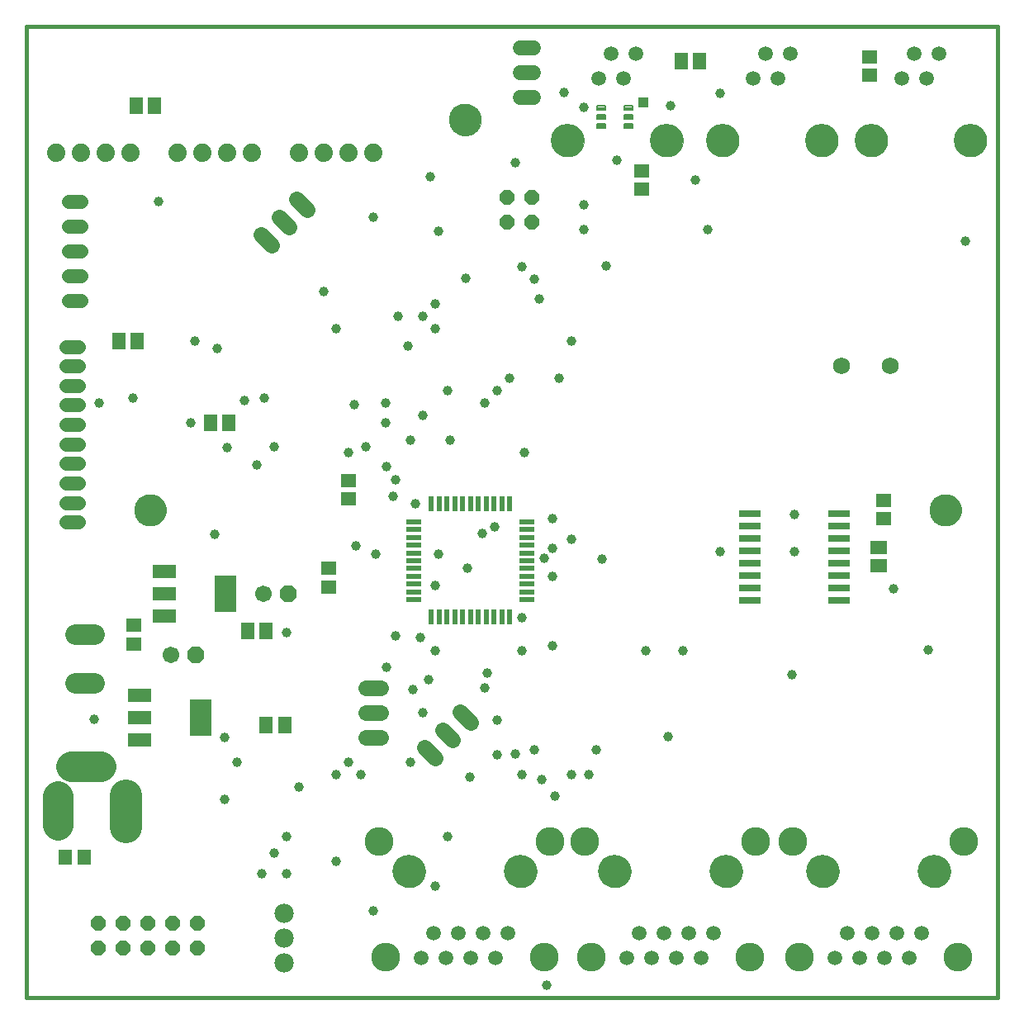
<source format=gbs>
G75*
%MOIN*%
%OFA0B0*%
%FSLAX25Y25*%
%IPPOS*%
%LPD*%
%AMOC8*
5,1,8,0,0,1.08239X$1,22.5*
%
%ADD10C,0.01600*%
%ADD11C,0.06700*%
%ADD12OC8,0.06700*%
%ADD13C,0.06400*%
%ADD14C,0.12211*%
%ADD15C,0.13061*%
%ADD16OC8,0.06000*%
%ADD17R,0.06306X0.02369*%
%ADD18R,0.02369X0.06306*%
%ADD19R,0.09199X0.05199*%
%ADD20R,0.09061X0.14573*%
%ADD21R,0.06306X0.05518*%
%ADD22R,0.05518X0.06306*%
%ADD23C,0.08200*%
%ADD24R,0.09061X0.02762*%
%ADD25C,0.06900*%
%ADD26C,0.05550*%
%ADD27C,0.07400*%
%ADD28C,0.05943*%
%ADD29C,0.11620*%
%ADD30C,0.00000*%
%ADD31C,0.13200*%
%ADD32C,0.07800*%
%ADD33R,0.05518X0.06699*%
%ADD34R,0.06699X0.05518*%
%ADD35C,0.12998*%
%ADD36C,0.00770*%
%ADD37C,0.06000*%
%ADD38C,0.13392*%
%ADD39C,0.03962*%
%ADD40R,0.03962X0.03962*%
D10*
X0001800Y0001800D02*
X0001800Y0393800D01*
X0393800Y0393800D01*
X0393800Y0001800D01*
X0001800Y0001800D01*
D11*
X0060091Y0140119D03*
X0097509Y0164666D03*
D12*
X0107509Y0164666D03*
X0070091Y0140119D03*
D13*
X0138800Y0126800D02*
X0144800Y0126800D01*
X0144800Y0116800D02*
X0138800Y0116800D01*
X0138800Y0106800D02*
X0144800Y0106800D01*
X0162608Y0102850D02*
X0166850Y0098608D01*
X0173921Y0105679D02*
X0169679Y0109921D01*
X0176750Y0116992D02*
X0180992Y0112750D01*
X0100850Y0305608D02*
X0096608Y0309850D01*
X0103679Y0316921D02*
X0107921Y0312679D01*
X0114992Y0319750D02*
X0110750Y0323992D01*
D14*
X0031743Y0095076D02*
X0019931Y0095076D01*
X0014400Y0083206D02*
X0014400Y0071394D01*
D15*
X0041979Y0070753D02*
X0041979Y0083414D01*
D16*
X0040800Y0031800D03*
X0040800Y0021800D03*
X0050800Y0021800D03*
X0050800Y0031800D03*
X0060800Y0031800D03*
X0060800Y0021800D03*
X0070800Y0021800D03*
X0070800Y0031800D03*
X0030800Y0031800D03*
X0030800Y0021800D03*
X0195800Y0314800D03*
X0195800Y0324800D03*
X0205800Y0324800D03*
X0205800Y0314800D03*
D17*
X0203899Y0193912D03*
X0203899Y0190763D03*
X0203899Y0187613D03*
X0203899Y0184464D03*
X0203899Y0181314D03*
X0203899Y0178164D03*
X0203899Y0175015D03*
X0203899Y0171865D03*
X0203899Y0168716D03*
X0203899Y0165566D03*
X0203899Y0162416D03*
X0158230Y0162416D03*
X0158230Y0165566D03*
X0158230Y0168716D03*
X0158230Y0171865D03*
X0158230Y0175015D03*
X0158230Y0178164D03*
X0158230Y0181314D03*
X0158230Y0184464D03*
X0158230Y0187613D03*
X0158230Y0190763D03*
X0158230Y0193912D03*
D18*
X0165316Y0200999D03*
X0168466Y0200999D03*
X0171616Y0200999D03*
X0174765Y0200999D03*
X0177915Y0200999D03*
X0181064Y0200999D03*
X0184214Y0200999D03*
X0187364Y0200999D03*
X0190513Y0200999D03*
X0193663Y0200999D03*
X0196812Y0200999D03*
X0196812Y0155330D03*
X0193663Y0155330D03*
X0190513Y0155330D03*
X0187364Y0155330D03*
X0184214Y0155330D03*
X0181064Y0155330D03*
X0177915Y0155330D03*
X0174765Y0155330D03*
X0171616Y0155330D03*
X0168466Y0155330D03*
X0165316Y0155330D03*
D19*
X0057599Y0155702D03*
X0057599Y0164800D03*
X0057599Y0173898D03*
X0047599Y0123898D03*
X0047599Y0114800D03*
X0047599Y0105702D03*
D20*
X0072001Y0114800D03*
X0082001Y0164800D03*
D21*
X0045300Y0152040D03*
X0045300Y0144560D03*
X0123800Y0167560D03*
X0123800Y0175040D03*
X0131800Y0203060D03*
X0131800Y0210540D03*
X0250300Y0328060D03*
X0250300Y0335540D03*
X0342300Y0374060D03*
X0342300Y0381540D03*
X0347800Y0202540D03*
X0347800Y0195060D03*
D22*
X0025040Y0058481D03*
X0017560Y0058481D03*
D23*
X0021404Y0128813D02*
X0029204Y0128813D01*
X0029204Y0148613D02*
X0021404Y0148613D01*
D24*
X0293690Y0162300D03*
X0293690Y0167300D03*
X0293690Y0172300D03*
X0293690Y0177300D03*
X0293690Y0182300D03*
X0293690Y0187300D03*
X0293690Y0192300D03*
X0293690Y0197300D03*
X0329910Y0197300D03*
X0329910Y0192300D03*
X0329910Y0187300D03*
X0329910Y0182300D03*
X0329910Y0177300D03*
X0329910Y0172300D03*
X0329910Y0167300D03*
X0329910Y0162300D03*
D25*
X0330957Y0256800D03*
X0350643Y0256800D03*
D26*
X0023875Y0283300D02*
X0018725Y0283300D01*
X0018725Y0293300D02*
X0023875Y0293300D01*
X0023875Y0303300D02*
X0018725Y0303300D01*
X0018725Y0313300D02*
X0023875Y0313300D01*
X0023875Y0323300D02*
X0018725Y0323300D01*
X0017769Y0264627D02*
X0022918Y0264627D01*
X0022918Y0256753D02*
X0017769Y0256753D01*
X0017769Y0248879D02*
X0022918Y0248879D01*
X0022918Y0241005D02*
X0017769Y0241005D01*
X0017769Y0233131D02*
X0022918Y0233131D01*
X0022918Y0225257D02*
X0017769Y0225257D01*
X0017769Y0217383D02*
X0022918Y0217383D01*
X0022918Y0209509D02*
X0017769Y0209509D01*
X0017769Y0201635D02*
X0022918Y0201635D01*
X0022918Y0193761D02*
X0017769Y0193761D01*
D27*
X0013800Y0342800D03*
X0023800Y0342800D03*
X0033800Y0342800D03*
X0043800Y0342800D03*
X0062800Y0342800D03*
X0072800Y0342800D03*
X0082800Y0342800D03*
X0092800Y0342800D03*
X0111800Y0342800D03*
X0121800Y0342800D03*
X0131800Y0342800D03*
X0141800Y0342800D03*
D28*
X0232804Y0372824D03*
X0242804Y0372824D03*
X0247804Y0382824D03*
X0237804Y0382824D03*
X0295304Y0372824D03*
X0305304Y0372824D03*
X0310304Y0382824D03*
X0300304Y0382824D03*
X0355304Y0372824D03*
X0365304Y0372824D03*
X0370304Y0382824D03*
X0360304Y0382824D03*
X0363300Y0027800D03*
X0353300Y0027800D03*
X0348300Y0017800D03*
X0358300Y0017800D03*
X0343300Y0027800D03*
X0333300Y0027800D03*
X0328300Y0017800D03*
X0338300Y0017800D03*
X0279300Y0027800D03*
X0269300Y0027800D03*
X0264300Y0017800D03*
X0254300Y0017800D03*
X0249300Y0027800D03*
X0259300Y0027800D03*
X0244300Y0017800D03*
X0274300Y0017800D03*
X0196300Y0027800D03*
X0186300Y0027800D03*
X0181300Y0017800D03*
X0171300Y0017800D03*
X0166300Y0027800D03*
X0176300Y0027800D03*
X0161300Y0017800D03*
X0191300Y0017800D03*
D29*
X0210800Y0018312D03*
X0229800Y0018312D03*
X0227300Y0064800D03*
X0213300Y0064800D03*
X0146800Y0018312D03*
X0144300Y0064800D03*
X0296300Y0064800D03*
X0311300Y0064800D03*
X0313800Y0018312D03*
X0293800Y0018312D03*
X0377800Y0018312D03*
X0380300Y0064800D03*
D30*
X0361900Y0052800D02*
X0361902Y0052960D01*
X0361908Y0053119D01*
X0361918Y0053278D01*
X0361932Y0053437D01*
X0361950Y0053596D01*
X0361971Y0053754D01*
X0361997Y0053911D01*
X0362027Y0054068D01*
X0362060Y0054224D01*
X0362098Y0054379D01*
X0362139Y0054533D01*
X0362184Y0054686D01*
X0362233Y0054838D01*
X0362286Y0054989D01*
X0362342Y0055138D01*
X0362403Y0055286D01*
X0362466Y0055432D01*
X0362534Y0055577D01*
X0362605Y0055720D01*
X0362679Y0055861D01*
X0362757Y0056000D01*
X0362839Y0056137D01*
X0362924Y0056272D01*
X0363012Y0056405D01*
X0363104Y0056536D01*
X0363198Y0056664D01*
X0363296Y0056790D01*
X0363397Y0056914D01*
X0363501Y0057035D01*
X0363608Y0057153D01*
X0363718Y0057269D01*
X0363831Y0057382D01*
X0363947Y0057492D01*
X0364065Y0057599D01*
X0364186Y0057703D01*
X0364310Y0057804D01*
X0364436Y0057902D01*
X0364564Y0057996D01*
X0364695Y0058088D01*
X0364828Y0058176D01*
X0364963Y0058261D01*
X0365100Y0058343D01*
X0365239Y0058421D01*
X0365380Y0058495D01*
X0365523Y0058566D01*
X0365668Y0058634D01*
X0365814Y0058697D01*
X0365962Y0058758D01*
X0366111Y0058814D01*
X0366262Y0058867D01*
X0366414Y0058916D01*
X0366567Y0058961D01*
X0366721Y0059002D01*
X0366876Y0059040D01*
X0367032Y0059073D01*
X0367189Y0059103D01*
X0367346Y0059129D01*
X0367504Y0059150D01*
X0367663Y0059168D01*
X0367822Y0059182D01*
X0367981Y0059192D01*
X0368140Y0059198D01*
X0368300Y0059200D01*
X0368460Y0059198D01*
X0368619Y0059192D01*
X0368778Y0059182D01*
X0368937Y0059168D01*
X0369096Y0059150D01*
X0369254Y0059129D01*
X0369411Y0059103D01*
X0369568Y0059073D01*
X0369724Y0059040D01*
X0369879Y0059002D01*
X0370033Y0058961D01*
X0370186Y0058916D01*
X0370338Y0058867D01*
X0370489Y0058814D01*
X0370638Y0058758D01*
X0370786Y0058697D01*
X0370932Y0058634D01*
X0371077Y0058566D01*
X0371220Y0058495D01*
X0371361Y0058421D01*
X0371500Y0058343D01*
X0371637Y0058261D01*
X0371772Y0058176D01*
X0371905Y0058088D01*
X0372036Y0057996D01*
X0372164Y0057902D01*
X0372290Y0057804D01*
X0372414Y0057703D01*
X0372535Y0057599D01*
X0372653Y0057492D01*
X0372769Y0057382D01*
X0372882Y0057269D01*
X0372992Y0057153D01*
X0373099Y0057035D01*
X0373203Y0056914D01*
X0373304Y0056790D01*
X0373402Y0056664D01*
X0373496Y0056536D01*
X0373588Y0056405D01*
X0373676Y0056272D01*
X0373761Y0056137D01*
X0373843Y0056000D01*
X0373921Y0055861D01*
X0373995Y0055720D01*
X0374066Y0055577D01*
X0374134Y0055432D01*
X0374197Y0055286D01*
X0374258Y0055138D01*
X0374314Y0054989D01*
X0374367Y0054838D01*
X0374416Y0054686D01*
X0374461Y0054533D01*
X0374502Y0054379D01*
X0374540Y0054224D01*
X0374573Y0054068D01*
X0374603Y0053911D01*
X0374629Y0053754D01*
X0374650Y0053596D01*
X0374668Y0053437D01*
X0374682Y0053278D01*
X0374692Y0053119D01*
X0374698Y0052960D01*
X0374700Y0052800D01*
X0374698Y0052640D01*
X0374692Y0052481D01*
X0374682Y0052322D01*
X0374668Y0052163D01*
X0374650Y0052004D01*
X0374629Y0051846D01*
X0374603Y0051689D01*
X0374573Y0051532D01*
X0374540Y0051376D01*
X0374502Y0051221D01*
X0374461Y0051067D01*
X0374416Y0050914D01*
X0374367Y0050762D01*
X0374314Y0050611D01*
X0374258Y0050462D01*
X0374197Y0050314D01*
X0374134Y0050168D01*
X0374066Y0050023D01*
X0373995Y0049880D01*
X0373921Y0049739D01*
X0373843Y0049600D01*
X0373761Y0049463D01*
X0373676Y0049328D01*
X0373588Y0049195D01*
X0373496Y0049064D01*
X0373402Y0048936D01*
X0373304Y0048810D01*
X0373203Y0048686D01*
X0373099Y0048565D01*
X0372992Y0048447D01*
X0372882Y0048331D01*
X0372769Y0048218D01*
X0372653Y0048108D01*
X0372535Y0048001D01*
X0372414Y0047897D01*
X0372290Y0047796D01*
X0372164Y0047698D01*
X0372036Y0047604D01*
X0371905Y0047512D01*
X0371772Y0047424D01*
X0371637Y0047339D01*
X0371500Y0047257D01*
X0371361Y0047179D01*
X0371220Y0047105D01*
X0371077Y0047034D01*
X0370932Y0046966D01*
X0370786Y0046903D01*
X0370638Y0046842D01*
X0370489Y0046786D01*
X0370338Y0046733D01*
X0370186Y0046684D01*
X0370033Y0046639D01*
X0369879Y0046598D01*
X0369724Y0046560D01*
X0369568Y0046527D01*
X0369411Y0046497D01*
X0369254Y0046471D01*
X0369096Y0046450D01*
X0368937Y0046432D01*
X0368778Y0046418D01*
X0368619Y0046408D01*
X0368460Y0046402D01*
X0368300Y0046400D01*
X0368140Y0046402D01*
X0367981Y0046408D01*
X0367822Y0046418D01*
X0367663Y0046432D01*
X0367504Y0046450D01*
X0367346Y0046471D01*
X0367189Y0046497D01*
X0367032Y0046527D01*
X0366876Y0046560D01*
X0366721Y0046598D01*
X0366567Y0046639D01*
X0366414Y0046684D01*
X0366262Y0046733D01*
X0366111Y0046786D01*
X0365962Y0046842D01*
X0365814Y0046903D01*
X0365668Y0046966D01*
X0365523Y0047034D01*
X0365380Y0047105D01*
X0365239Y0047179D01*
X0365100Y0047257D01*
X0364963Y0047339D01*
X0364828Y0047424D01*
X0364695Y0047512D01*
X0364564Y0047604D01*
X0364436Y0047698D01*
X0364310Y0047796D01*
X0364186Y0047897D01*
X0364065Y0048001D01*
X0363947Y0048108D01*
X0363831Y0048218D01*
X0363718Y0048331D01*
X0363608Y0048447D01*
X0363501Y0048565D01*
X0363397Y0048686D01*
X0363296Y0048810D01*
X0363198Y0048936D01*
X0363104Y0049064D01*
X0363012Y0049195D01*
X0362924Y0049328D01*
X0362839Y0049463D01*
X0362757Y0049600D01*
X0362679Y0049739D01*
X0362605Y0049880D01*
X0362534Y0050023D01*
X0362466Y0050168D01*
X0362403Y0050314D01*
X0362342Y0050462D01*
X0362286Y0050611D01*
X0362233Y0050762D01*
X0362184Y0050914D01*
X0362139Y0051067D01*
X0362098Y0051221D01*
X0362060Y0051376D01*
X0362027Y0051532D01*
X0361997Y0051689D01*
X0361971Y0051846D01*
X0361950Y0052004D01*
X0361932Y0052163D01*
X0361918Y0052322D01*
X0361908Y0052481D01*
X0361902Y0052640D01*
X0361900Y0052800D01*
X0316900Y0052800D02*
X0316902Y0052960D01*
X0316908Y0053119D01*
X0316918Y0053278D01*
X0316932Y0053437D01*
X0316950Y0053596D01*
X0316971Y0053754D01*
X0316997Y0053911D01*
X0317027Y0054068D01*
X0317060Y0054224D01*
X0317098Y0054379D01*
X0317139Y0054533D01*
X0317184Y0054686D01*
X0317233Y0054838D01*
X0317286Y0054989D01*
X0317342Y0055138D01*
X0317403Y0055286D01*
X0317466Y0055432D01*
X0317534Y0055577D01*
X0317605Y0055720D01*
X0317679Y0055861D01*
X0317757Y0056000D01*
X0317839Y0056137D01*
X0317924Y0056272D01*
X0318012Y0056405D01*
X0318104Y0056536D01*
X0318198Y0056664D01*
X0318296Y0056790D01*
X0318397Y0056914D01*
X0318501Y0057035D01*
X0318608Y0057153D01*
X0318718Y0057269D01*
X0318831Y0057382D01*
X0318947Y0057492D01*
X0319065Y0057599D01*
X0319186Y0057703D01*
X0319310Y0057804D01*
X0319436Y0057902D01*
X0319564Y0057996D01*
X0319695Y0058088D01*
X0319828Y0058176D01*
X0319963Y0058261D01*
X0320100Y0058343D01*
X0320239Y0058421D01*
X0320380Y0058495D01*
X0320523Y0058566D01*
X0320668Y0058634D01*
X0320814Y0058697D01*
X0320962Y0058758D01*
X0321111Y0058814D01*
X0321262Y0058867D01*
X0321414Y0058916D01*
X0321567Y0058961D01*
X0321721Y0059002D01*
X0321876Y0059040D01*
X0322032Y0059073D01*
X0322189Y0059103D01*
X0322346Y0059129D01*
X0322504Y0059150D01*
X0322663Y0059168D01*
X0322822Y0059182D01*
X0322981Y0059192D01*
X0323140Y0059198D01*
X0323300Y0059200D01*
X0323460Y0059198D01*
X0323619Y0059192D01*
X0323778Y0059182D01*
X0323937Y0059168D01*
X0324096Y0059150D01*
X0324254Y0059129D01*
X0324411Y0059103D01*
X0324568Y0059073D01*
X0324724Y0059040D01*
X0324879Y0059002D01*
X0325033Y0058961D01*
X0325186Y0058916D01*
X0325338Y0058867D01*
X0325489Y0058814D01*
X0325638Y0058758D01*
X0325786Y0058697D01*
X0325932Y0058634D01*
X0326077Y0058566D01*
X0326220Y0058495D01*
X0326361Y0058421D01*
X0326500Y0058343D01*
X0326637Y0058261D01*
X0326772Y0058176D01*
X0326905Y0058088D01*
X0327036Y0057996D01*
X0327164Y0057902D01*
X0327290Y0057804D01*
X0327414Y0057703D01*
X0327535Y0057599D01*
X0327653Y0057492D01*
X0327769Y0057382D01*
X0327882Y0057269D01*
X0327992Y0057153D01*
X0328099Y0057035D01*
X0328203Y0056914D01*
X0328304Y0056790D01*
X0328402Y0056664D01*
X0328496Y0056536D01*
X0328588Y0056405D01*
X0328676Y0056272D01*
X0328761Y0056137D01*
X0328843Y0056000D01*
X0328921Y0055861D01*
X0328995Y0055720D01*
X0329066Y0055577D01*
X0329134Y0055432D01*
X0329197Y0055286D01*
X0329258Y0055138D01*
X0329314Y0054989D01*
X0329367Y0054838D01*
X0329416Y0054686D01*
X0329461Y0054533D01*
X0329502Y0054379D01*
X0329540Y0054224D01*
X0329573Y0054068D01*
X0329603Y0053911D01*
X0329629Y0053754D01*
X0329650Y0053596D01*
X0329668Y0053437D01*
X0329682Y0053278D01*
X0329692Y0053119D01*
X0329698Y0052960D01*
X0329700Y0052800D01*
X0329698Y0052640D01*
X0329692Y0052481D01*
X0329682Y0052322D01*
X0329668Y0052163D01*
X0329650Y0052004D01*
X0329629Y0051846D01*
X0329603Y0051689D01*
X0329573Y0051532D01*
X0329540Y0051376D01*
X0329502Y0051221D01*
X0329461Y0051067D01*
X0329416Y0050914D01*
X0329367Y0050762D01*
X0329314Y0050611D01*
X0329258Y0050462D01*
X0329197Y0050314D01*
X0329134Y0050168D01*
X0329066Y0050023D01*
X0328995Y0049880D01*
X0328921Y0049739D01*
X0328843Y0049600D01*
X0328761Y0049463D01*
X0328676Y0049328D01*
X0328588Y0049195D01*
X0328496Y0049064D01*
X0328402Y0048936D01*
X0328304Y0048810D01*
X0328203Y0048686D01*
X0328099Y0048565D01*
X0327992Y0048447D01*
X0327882Y0048331D01*
X0327769Y0048218D01*
X0327653Y0048108D01*
X0327535Y0048001D01*
X0327414Y0047897D01*
X0327290Y0047796D01*
X0327164Y0047698D01*
X0327036Y0047604D01*
X0326905Y0047512D01*
X0326772Y0047424D01*
X0326637Y0047339D01*
X0326500Y0047257D01*
X0326361Y0047179D01*
X0326220Y0047105D01*
X0326077Y0047034D01*
X0325932Y0046966D01*
X0325786Y0046903D01*
X0325638Y0046842D01*
X0325489Y0046786D01*
X0325338Y0046733D01*
X0325186Y0046684D01*
X0325033Y0046639D01*
X0324879Y0046598D01*
X0324724Y0046560D01*
X0324568Y0046527D01*
X0324411Y0046497D01*
X0324254Y0046471D01*
X0324096Y0046450D01*
X0323937Y0046432D01*
X0323778Y0046418D01*
X0323619Y0046408D01*
X0323460Y0046402D01*
X0323300Y0046400D01*
X0323140Y0046402D01*
X0322981Y0046408D01*
X0322822Y0046418D01*
X0322663Y0046432D01*
X0322504Y0046450D01*
X0322346Y0046471D01*
X0322189Y0046497D01*
X0322032Y0046527D01*
X0321876Y0046560D01*
X0321721Y0046598D01*
X0321567Y0046639D01*
X0321414Y0046684D01*
X0321262Y0046733D01*
X0321111Y0046786D01*
X0320962Y0046842D01*
X0320814Y0046903D01*
X0320668Y0046966D01*
X0320523Y0047034D01*
X0320380Y0047105D01*
X0320239Y0047179D01*
X0320100Y0047257D01*
X0319963Y0047339D01*
X0319828Y0047424D01*
X0319695Y0047512D01*
X0319564Y0047604D01*
X0319436Y0047698D01*
X0319310Y0047796D01*
X0319186Y0047897D01*
X0319065Y0048001D01*
X0318947Y0048108D01*
X0318831Y0048218D01*
X0318718Y0048331D01*
X0318608Y0048447D01*
X0318501Y0048565D01*
X0318397Y0048686D01*
X0318296Y0048810D01*
X0318198Y0048936D01*
X0318104Y0049064D01*
X0318012Y0049195D01*
X0317924Y0049328D01*
X0317839Y0049463D01*
X0317757Y0049600D01*
X0317679Y0049739D01*
X0317605Y0049880D01*
X0317534Y0050023D01*
X0317466Y0050168D01*
X0317403Y0050314D01*
X0317342Y0050462D01*
X0317286Y0050611D01*
X0317233Y0050762D01*
X0317184Y0050914D01*
X0317139Y0051067D01*
X0317098Y0051221D01*
X0317060Y0051376D01*
X0317027Y0051532D01*
X0316997Y0051689D01*
X0316971Y0051846D01*
X0316950Y0052004D01*
X0316932Y0052163D01*
X0316918Y0052322D01*
X0316908Y0052481D01*
X0316902Y0052640D01*
X0316900Y0052800D01*
X0277900Y0052800D02*
X0277902Y0052960D01*
X0277908Y0053119D01*
X0277918Y0053278D01*
X0277932Y0053437D01*
X0277950Y0053596D01*
X0277971Y0053754D01*
X0277997Y0053911D01*
X0278027Y0054068D01*
X0278060Y0054224D01*
X0278098Y0054379D01*
X0278139Y0054533D01*
X0278184Y0054686D01*
X0278233Y0054838D01*
X0278286Y0054989D01*
X0278342Y0055138D01*
X0278403Y0055286D01*
X0278466Y0055432D01*
X0278534Y0055577D01*
X0278605Y0055720D01*
X0278679Y0055861D01*
X0278757Y0056000D01*
X0278839Y0056137D01*
X0278924Y0056272D01*
X0279012Y0056405D01*
X0279104Y0056536D01*
X0279198Y0056664D01*
X0279296Y0056790D01*
X0279397Y0056914D01*
X0279501Y0057035D01*
X0279608Y0057153D01*
X0279718Y0057269D01*
X0279831Y0057382D01*
X0279947Y0057492D01*
X0280065Y0057599D01*
X0280186Y0057703D01*
X0280310Y0057804D01*
X0280436Y0057902D01*
X0280564Y0057996D01*
X0280695Y0058088D01*
X0280828Y0058176D01*
X0280963Y0058261D01*
X0281100Y0058343D01*
X0281239Y0058421D01*
X0281380Y0058495D01*
X0281523Y0058566D01*
X0281668Y0058634D01*
X0281814Y0058697D01*
X0281962Y0058758D01*
X0282111Y0058814D01*
X0282262Y0058867D01*
X0282414Y0058916D01*
X0282567Y0058961D01*
X0282721Y0059002D01*
X0282876Y0059040D01*
X0283032Y0059073D01*
X0283189Y0059103D01*
X0283346Y0059129D01*
X0283504Y0059150D01*
X0283663Y0059168D01*
X0283822Y0059182D01*
X0283981Y0059192D01*
X0284140Y0059198D01*
X0284300Y0059200D01*
X0284460Y0059198D01*
X0284619Y0059192D01*
X0284778Y0059182D01*
X0284937Y0059168D01*
X0285096Y0059150D01*
X0285254Y0059129D01*
X0285411Y0059103D01*
X0285568Y0059073D01*
X0285724Y0059040D01*
X0285879Y0059002D01*
X0286033Y0058961D01*
X0286186Y0058916D01*
X0286338Y0058867D01*
X0286489Y0058814D01*
X0286638Y0058758D01*
X0286786Y0058697D01*
X0286932Y0058634D01*
X0287077Y0058566D01*
X0287220Y0058495D01*
X0287361Y0058421D01*
X0287500Y0058343D01*
X0287637Y0058261D01*
X0287772Y0058176D01*
X0287905Y0058088D01*
X0288036Y0057996D01*
X0288164Y0057902D01*
X0288290Y0057804D01*
X0288414Y0057703D01*
X0288535Y0057599D01*
X0288653Y0057492D01*
X0288769Y0057382D01*
X0288882Y0057269D01*
X0288992Y0057153D01*
X0289099Y0057035D01*
X0289203Y0056914D01*
X0289304Y0056790D01*
X0289402Y0056664D01*
X0289496Y0056536D01*
X0289588Y0056405D01*
X0289676Y0056272D01*
X0289761Y0056137D01*
X0289843Y0056000D01*
X0289921Y0055861D01*
X0289995Y0055720D01*
X0290066Y0055577D01*
X0290134Y0055432D01*
X0290197Y0055286D01*
X0290258Y0055138D01*
X0290314Y0054989D01*
X0290367Y0054838D01*
X0290416Y0054686D01*
X0290461Y0054533D01*
X0290502Y0054379D01*
X0290540Y0054224D01*
X0290573Y0054068D01*
X0290603Y0053911D01*
X0290629Y0053754D01*
X0290650Y0053596D01*
X0290668Y0053437D01*
X0290682Y0053278D01*
X0290692Y0053119D01*
X0290698Y0052960D01*
X0290700Y0052800D01*
X0290698Y0052640D01*
X0290692Y0052481D01*
X0290682Y0052322D01*
X0290668Y0052163D01*
X0290650Y0052004D01*
X0290629Y0051846D01*
X0290603Y0051689D01*
X0290573Y0051532D01*
X0290540Y0051376D01*
X0290502Y0051221D01*
X0290461Y0051067D01*
X0290416Y0050914D01*
X0290367Y0050762D01*
X0290314Y0050611D01*
X0290258Y0050462D01*
X0290197Y0050314D01*
X0290134Y0050168D01*
X0290066Y0050023D01*
X0289995Y0049880D01*
X0289921Y0049739D01*
X0289843Y0049600D01*
X0289761Y0049463D01*
X0289676Y0049328D01*
X0289588Y0049195D01*
X0289496Y0049064D01*
X0289402Y0048936D01*
X0289304Y0048810D01*
X0289203Y0048686D01*
X0289099Y0048565D01*
X0288992Y0048447D01*
X0288882Y0048331D01*
X0288769Y0048218D01*
X0288653Y0048108D01*
X0288535Y0048001D01*
X0288414Y0047897D01*
X0288290Y0047796D01*
X0288164Y0047698D01*
X0288036Y0047604D01*
X0287905Y0047512D01*
X0287772Y0047424D01*
X0287637Y0047339D01*
X0287500Y0047257D01*
X0287361Y0047179D01*
X0287220Y0047105D01*
X0287077Y0047034D01*
X0286932Y0046966D01*
X0286786Y0046903D01*
X0286638Y0046842D01*
X0286489Y0046786D01*
X0286338Y0046733D01*
X0286186Y0046684D01*
X0286033Y0046639D01*
X0285879Y0046598D01*
X0285724Y0046560D01*
X0285568Y0046527D01*
X0285411Y0046497D01*
X0285254Y0046471D01*
X0285096Y0046450D01*
X0284937Y0046432D01*
X0284778Y0046418D01*
X0284619Y0046408D01*
X0284460Y0046402D01*
X0284300Y0046400D01*
X0284140Y0046402D01*
X0283981Y0046408D01*
X0283822Y0046418D01*
X0283663Y0046432D01*
X0283504Y0046450D01*
X0283346Y0046471D01*
X0283189Y0046497D01*
X0283032Y0046527D01*
X0282876Y0046560D01*
X0282721Y0046598D01*
X0282567Y0046639D01*
X0282414Y0046684D01*
X0282262Y0046733D01*
X0282111Y0046786D01*
X0281962Y0046842D01*
X0281814Y0046903D01*
X0281668Y0046966D01*
X0281523Y0047034D01*
X0281380Y0047105D01*
X0281239Y0047179D01*
X0281100Y0047257D01*
X0280963Y0047339D01*
X0280828Y0047424D01*
X0280695Y0047512D01*
X0280564Y0047604D01*
X0280436Y0047698D01*
X0280310Y0047796D01*
X0280186Y0047897D01*
X0280065Y0048001D01*
X0279947Y0048108D01*
X0279831Y0048218D01*
X0279718Y0048331D01*
X0279608Y0048447D01*
X0279501Y0048565D01*
X0279397Y0048686D01*
X0279296Y0048810D01*
X0279198Y0048936D01*
X0279104Y0049064D01*
X0279012Y0049195D01*
X0278924Y0049328D01*
X0278839Y0049463D01*
X0278757Y0049600D01*
X0278679Y0049739D01*
X0278605Y0049880D01*
X0278534Y0050023D01*
X0278466Y0050168D01*
X0278403Y0050314D01*
X0278342Y0050462D01*
X0278286Y0050611D01*
X0278233Y0050762D01*
X0278184Y0050914D01*
X0278139Y0051067D01*
X0278098Y0051221D01*
X0278060Y0051376D01*
X0278027Y0051532D01*
X0277997Y0051689D01*
X0277971Y0051846D01*
X0277950Y0052004D01*
X0277932Y0052163D01*
X0277918Y0052322D01*
X0277908Y0052481D01*
X0277902Y0052640D01*
X0277900Y0052800D01*
X0232900Y0052800D02*
X0232902Y0052960D01*
X0232908Y0053119D01*
X0232918Y0053278D01*
X0232932Y0053437D01*
X0232950Y0053596D01*
X0232971Y0053754D01*
X0232997Y0053911D01*
X0233027Y0054068D01*
X0233060Y0054224D01*
X0233098Y0054379D01*
X0233139Y0054533D01*
X0233184Y0054686D01*
X0233233Y0054838D01*
X0233286Y0054989D01*
X0233342Y0055138D01*
X0233403Y0055286D01*
X0233466Y0055432D01*
X0233534Y0055577D01*
X0233605Y0055720D01*
X0233679Y0055861D01*
X0233757Y0056000D01*
X0233839Y0056137D01*
X0233924Y0056272D01*
X0234012Y0056405D01*
X0234104Y0056536D01*
X0234198Y0056664D01*
X0234296Y0056790D01*
X0234397Y0056914D01*
X0234501Y0057035D01*
X0234608Y0057153D01*
X0234718Y0057269D01*
X0234831Y0057382D01*
X0234947Y0057492D01*
X0235065Y0057599D01*
X0235186Y0057703D01*
X0235310Y0057804D01*
X0235436Y0057902D01*
X0235564Y0057996D01*
X0235695Y0058088D01*
X0235828Y0058176D01*
X0235963Y0058261D01*
X0236100Y0058343D01*
X0236239Y0058421D01*
X0236380Y0058495D01*
X0236523Y0058566D01*
X0236668Y0058634D01*
X0236814Y0058697D01*
X0236962Y0058758D01*
X0237111Y0058814D01*
X0237262Y0058867D01*
X0237414Y0058916D01*
X0237567Y0058961D01*
X0237721Y0059002D01*
X0237876Y0059040D01*
X0238032Y0059073D01*
X0238189Y0059103D01*
X0238346Y0059129D01*
X0238504Y0059150D01*
X0238663Y0059168D01*
X0238822Y0059182D01*
X0238981Y0059192D01*
X0239140Y0059198D01*
X0239300Y0059200D01*
X0239460Y0059198D01*
X0239619Y0059192D01*
X0239778Y0059182D01*
X0239937Y0059168D01*
X0240096Y0059150D01*
X0240254Y0059129D01*
X0240411Y0059103D01*
X0240568Y0059073D01*
X0240724Y0059040D01*
X0240879Y0059002D01*
X0241033Y0058961D01*
X0241186Y0058916D01*
X0241338Y0058867D01*
X0241489Y0058814D01*
X0241638Y0058758D01*
X0241786Y0058697D01*
X0241932Y0058634D01*
X0242077Y0058566D01*
X0242220Y0058495D01*
X0242361Y0058421D01*
X0242500Y0058343D01*
X0242637Y0058261D01*
X0242772Y0058176D01*
X0242905Y0058088D01*
X0243036Y0057996D01*
X0243164Y0057902D01*
X0243290Y0057804D01*
X0243414Y0057703D01*
X0243535Y0057599D01*
X0243653Y0057492D01*
X0243769Y0057382D01*
X0243882Y0057269D01*
X0243992Y0057153D01*
X0244099Y0057035D01*
X0244203Y0056914D01*
X0244304Y0056790D01*
X0244402Y0056664D01*
X0244496Y0056536D01*
X0244588Y0056405D01*
X0244676Y0056272D01*
X0244761Y0056137D01*
X0244843Y0056000D01*
X0244921Y0055861D01*
X0244995Y0055720D01*
X0245066Y0055577D01*
X0245134Y0055432D01*
X0245197Y0055286D01*
X0245258Y0055138D01*
X0245314Y0054989D01*
X0245367Y0054838D01*
X0245416Y0054686D01*
X0245461Y0054533D01*
X0245502Y0054379D01*
X0245540Y0054224D01*
X0245573Y0054068D01*
X0245603Y0053911D01*
X0245629Y0053754D01*
X0245650Y0053596D01*
X0245668Y0053437D01*
X0245682Y0053278D01*
X0245692Y0053119D01*
X0245698Y0052960D01*
X0245700Y0052800D01*
X0245698Y0052640D01*
X0245692Y0052481D01*
X0245682Y0052322D01*
X0245668Y0052163D01*
X0245650Y0052004D01*
X0245629Y0051846D01*
X0245603Y0051689D01*
X0245573Y0051532D01*
X0245540Y0051376D01*
X0245502Y0051221D01*
X0245461Y0051067D01*
X0245416Y0050914D01*
X0245367Y0050762D01*
X0245314Y0050611D01*
X0245258Y0050462D01*
X0245197Y0050314D01*
X0245134Y0050168D01*
X0245066Y0050023D01*
X0244995Y0049880D01*
X0244921Y0049739D01*
X0244843Y0049600D01*
X0244761Y0049463D01*
X0244676Y0049328D01*
X0244588Y0049195D01*
X0244496Y0049064D01*
X0244402Y0048936D01*
X0244304Y0048810D01*
X0244203Y0048686D01*
X0244099Y0048565D01*
X0243992Y0048447D01*
X0243882Y0048331D01*
X0243769Y0048218D01*
X0243653Y0048108D01*
X0243535Y0048001D01*
X0243414Y0047897D01*
X0243290Y0047796D01*
X0243164Y0047698D01*
X0243036Y0047604D01*
X0242905Y0047512D01*
X0242772Y0047424D01*
X0242637Y0047339D01*
X0242500Y0047257D01*
X0242361Y0047179D01*
X0242220Y0047105D01*
X0242077Y0047034D01*
X0241932Y0046966D01*
X0241786Y0046903D01*
X0241638Y0046842D01*
X0241489Y0046786D01*
X0241338Y0046733D01*
X0241186Y0046684D01*
X0241033Y0046639D01*
X0240879Y0046598D01*
X0240724Y0046560D01*
X0240568Y0046527D01*
X0240411Y0046497D01*
X0240254Y0046471D01*
X0240096Y0046450D01*
X0239937Y0046432D01*
X0239778Y0046418D01*
X0239619Y0046408D01*
X0239460Y0046402D01*
X0239300Y0046400D01*
X0239140Y0046402D01*
X0238981Y0046408D01*
X0238822Y0046418D01*
X0238663Y0046432D01*
X0238504Y0046450D01*
X0238346Y0046471D01*
X0238189Y0046497D01*
X0238032Y0046527D01*
X0237876Y0046560D01*
X0237721Y0046598D01*
X0237567Y0046639D01*
X0237414Y0046684D01*
X0237262Y0046733D01*
X0237111Y0046786D01*
X0236962Y0046842D01*
X0236814Y0046903D01*
X0236668Y0046966D01*
X0236523Y0047034D01*
X0236380Y0047105D01*
X0236239Y0047179D01*
X0236100Y0047257D01*
X0235963Y0047339D01*
X0235828Y0047424D01*
X0235695Y0047512D01*
X0235564Y0047604D01*
X0235436Y0047698D01*
X0235310Y0047796D01*
X0235186Y0047897D01*
X0235065Y0048001D01*
X0234947Y0048108D01*
X0234831Y0048218D01*
X0234718Y0048331D01*
X0234608Y0048447D01*
X0234501Y0048565D01*
X0234397Y0048686D01*
X0234296Y0048810D01*
X0234198Y0048936D01*
X0234104Y0049064D01*
X0234012Y0049195D01*
X0233924Y0049328D01*
X0233839Y0049463D01*
X0233757Y0049600D01*
X0233679Y0049739D01*
X0233605Y0049880D01*
X0233534Y0050023D01*
X0233466Y0050168D01*
X0233403Y0050314D01*
X0233342Y0050462D01*
X0233286Y0050611D01*
X0233233Y0050762D01*
X0233184Y0050914D01*
X0233139Y0051067D01*
X0233098Y0051221D01*
X0233060Y0051376D01*
X0233027Y0051532D01*
X0232997Y0051689D01*
X0232971Y0051846D01*
X0232950Y0052004D01*
X0232932Y0052163D01*
X0232918Y0052322D01*
X0232908Y0052481D01*
X0232902Y0052640D01*
X0232900Y0052800D01*
X0194900Y0052800D02*
X0194902Y0052960D01*
X0194908Y0053119D01*
X0194918Y0053278D01*
X0194932Y0053437D01*
X0194950Y0053596D01*
X0194971Y0053754D01*
X0194997Y0053911D01*
X0195027Y0054068D01*
X0195060Y0054224D01*
X0195098Y0054379D01*
X0195139Y0054533D01*
X0195184Y0054686D01*
X0195233Y0054838D01*
X0195286Y0054989D01*
X0195342Y0055138D01*
X0195403Y0055286D01*
X0195466Y0055432D01*
X0195534Y0055577D01*
X0195605Y0055720D01*
X0195679Y0055861D01*
X0195757Y0056000D01*
X0195839Y0056137D01*
X0195924Y0056272D01*
X0196012Y0056405D01*
X0196104Y0056536D01*
X0196198Y0056664D01*
X0196296Y0056790D01*
X0196397Y0056914D01*
X0196501Y0057035D01*
X0196608Y0057153D01*
X0196718Y0057269D01*
X0196831Y0057382D01*
X0196947Y0057492D01*
X0197065Y0057599D01*
X0197186Y0057703D01*
X0197310Y0057804D01*
X0197436Y0057902D01*
X0197564Y0057996D01*
X0197695Y0058088D01*
X0197828Y0058176D01*
X0197963Y0058261D01*
X0198100Y0058343D01*
X0198239Y0058421D01*
X0198380Y0058495D01*
X0198523Y0058566D01*
X0198668Y0058634D01*
X0198814Y0058697D01*
X0198962Y0058758D01*
X0199111Y0058814D01*
X0199262Y0058867D01*
X0199414Y0058916D01*
X0199567Y0058961D01*
X0199721Y0059002D01*
X0199876Y0059040D01*
X0200032Y0059073D01*
X0200189Y0059103D01*
X0200346Y0059129D01*
X0200504Y0059150D01*
X0200663Y0059168D01*
X0200822Y0059182D01*
X0200981Y0059192D01*
X0201140Y0059198D01*
X0201300Y0059200D01*
X0201460Y0059198D01*
X0201619Y0059192D01*
X0201778Y0059182D01*
X0201937Y0059168D01*
X0202096Y0059150D01*
X0202254Y0059129D01*
X0202411Y0059103D01*
X0202568Y0059073D01*
X0202724Y0059040D01*
X0202879Y0059002D01*
X0203033Y0058961D01*
X0203186Y0058916D01*
X0203338Y0058867D01*
X0203489Y0058814D01*
X0203638Y0058758D01*
X0203786Y0058697D01*
X0203932Y0058634D01*
X0204077Y0058566D01*
X0204220Y0058495D01*
X0204361Y0058421D01*
X0204500Y0058343D01*
X0204637Y0058261D01*
X0204772Y0058176D01*
X0204905Y0058088D01*
X0205036Y0057996D01*
X0205164Y0057902D01*
X0205290Y0057804D01*
X0205414Y0057703D01*
X0205535Y0057599D01*
X0205653Y0057492D01*
X0205769Y0057382D01*
X0205882Y0057269D01*
X0205992Y0057153D01*
X0206099Y0057035D01*
X0206203Y0056914D01*
X0206304Y0056790D01*
X0206402Y0056664D01*
X0206496Y0056536D01*
X0206588Y0056405D01*
X0206676Y0056272D01*
X0206761Y0056137D01*
X0206843Y0056000D01*
X0206921Y0055861D01*
X0206995Y0055720D01*
X0207066Y0055577D01*
X0207134Y0055432D01*
X0207197Y0055286D01*
X0207258Y0055138D01*
X0207314Y0054989D01*
X0207367Y0054838D01*
X0207416Y0054686D01*
X0207461Y0054533D01*
X0207502Y0054379D01*
X0207540Y0054224D01*
X0207573Y0054068D01*
X0207603Y0053911D01*
X0207629Y0053754D01*
X0207650Y0053596D01*
X0207668Y0053437D01*
X0207682Y0053278D01*
X0207692Y0053119D01*
X0207698Y0052960D01*
X0207700Y0052800D01*
X0207698Y0052640D01*
X0207692Y0052481D01*
X0207682Y0052322D01*
X0207668Y0052163D01*
X0207650Y0052004D01*
X0207629Y0051846D01*
X0207603Y0051689D01*
X0207573Y0051532D01*
X0207540Y0051376D01*
X0207502Y0051221D01*
X0207461Y0051067D01*
X0207416Y0050914D01*
X0207367Y0050762D01*
X0207314Y0050611D01*
X0207258Y0050462D01*
X0207197Y0050314D01*
X0207134Y0050168D01*
X0207066Y0050023D01*
X0206995Y0049880D01*
X0206921Y0049739D01*
X0206843Y0049600D01*
X0206761Y0049463D01*
X0206676Y0049328D01*
X0206588Y0049195D01*
X0206496Y0049064D01*
X0206402Y0048936D01*
X0206304Y0048810D01*
X0206203Y0048686D01*
X0206099Y0048565D01*
X0205992Y0048447D01*
X0205882Y0048331D01*
X0205769Y0048218D01*
X0205653Y0048108D01*
X0205535Y0048001D01*
X0205414Y0047897D01*
X0205290Y0047796D01*
X0205164Y0047698D01*
X0205036Y0047604D01*
X0204905Y0047512D01*
X0204772Y0047424D01*
X0204637Y0047339D01*
X0204500Y0047257D01*
X0204361Y0047179D01*
X0204220Y0047105D01*
X0204077Y0047034D01*
X0203932Y0046966D01*
X0203786Y0046903D01*
X0203638Y0046842D01*
X0203489Y0046786D01*
X0203338Y0046733D01*
X0203186Y0046684D01*
X0203033Y0046639D01*
X0202879Y0046598D01*
X0202724Y0046560D01*
X0202568Y0046527D01*
X0202411Y0046497D01*
X0202254Y0046471D01*
X0202096Y0046450D01*
X0201937Y0046432D01*
X0201778Y0046418D01*
X0201619Y0046408D01*
X0201460Y0046402D01*
X0201300Y0046400D01*
X0201140Y0046402D01*
X0200981Y0046408D01*
X0200822Y0046418D01*
X0200663Y0046432D01*
X0200504Y0046450D01*
X0200346Y0046471D01*
X0200189Y0046497D01*
X0200032Y0046527D01*
X0199876Y0046560D01*
X0199721Y0046598D01*
X0199567Y0046639D01*
X0199414Y0046684D01*
X0199262Y0046733D01*
X0199111Y0046786D01*
X0198962Y0046842D01*
X0198814Y0046903D01*
X0198668Y0046966D01*
X0198523Y0047034D01*
X0198380Y0047105D01*
X0198239Y0047179D01*
X0198100Y0047257D01*
X0197963Y0047339D01*
X0197828Y0047424D01*
X0197695Y0047512D01*
X0197564Y0047604D01*
X0197436Y0047698D01*
X0197310Y0047796D01*
X0197186Y0047897D01*
X0197065Y0048001D01*
X0196947Y0048108D01*
X0196831Y0048218D01*
X0196718Y0048331D01*
X0196608Y0048447D01*
X0196501Y0048565D01*
X0196397Y0048686D01*
X0196296Y0048810D01*
X0196198Y0048936D01*
X0196104Y0049064D01*
X0196012Y0049195D01*
X0195924Y0049328D01*
X0195839Y0049463D01*
X0195757Y0049600D01*
X0195679Y0049739D01*
X0195605Y0049880D01*
X0195534Y0050023D01*
X0195466Y0050168D01*
X0195403Y0050314D01*
X0195342Y0050462D01*
X0195286Y0050611D01*
X0195233Y0050762D01*
X0195184Y0050914D01*
X0195139Y0051067D01*
X0195098Y0051221D01*
X0195060Y0051376D01*
X0195027Y0051532D01*
X0194997Y0051689D01*
X0194971Y0051846D01*
X0194950Y0052004D01*
X0194932Y0052163D01*
X0194918Y0052322D01*
X0194908Y0052481D01*
X0194902Y0052640D01*
X0194900Y0052800D01*
X0149900Y0052800D02*
X0149902Y0052960D01*
X0149908Y0053119D01*
X0149918Y0053278D01*
X0149932Y0053437D01*
X0149950Y0053596D01*
X0149971Y0053754D01*
X0149997Y0053911D01*
X0150027Y0054068D01*
X0150060Y0054224D01*
X0150098Y0054379D01*
X0150139Y0054533D01*
X0150184Y0054686D01*
X0150233Y0054838D01*
X0150286Y0054989D01*
X0150342Y0055138D01*
X0150403Y0055286D01*
X0150466Y0055432D01*
X0150534Y0055577D01*
X0150605Y0055720D01*
X0150679Y0055861D01*
X0150757Y0056000D01*
X0150839Y0056137D01*
X0150924Y0056272D01*
X0151012Y0056405D01*
X0151104Y0056536D01*
X0151198Y0056664D01*
X0151296Y0056790D01*
X0151397Y0056914D01*
X0151501Y0057035D01*
X0151608Y0057153D01*
X0151718Y0057269D01*
X0151831Y0057382D01*
X0151947Y0057492D01*
X0152065Y0057599D01*
X0152186Y0057703D01*
X0152310Y0057804D01*
X0152436Y0057902D01*
X0152564Y0057996D01*
X0152695Y0058088D01*
X0152828Y0058176D01*
X0152963Y0058261D01*
X0153100Y0058343D01*
X0153239Y0058421D01*
X0153380Y0058495D01*
X0153523Y0058566D01*
X0153668Y0058634D01*
X0153814Y0058697D01*
X0153962Y0058758D01*
X0154111Y0058814D01*
X0154262Y0058867D01*
X0154414Y0058916D01*
X0154567Y0058961D01*
X0154721Y0059002D01*
X0154876Y0059040D01*
X0155032Y0059073D01*
X0155189Y0059103D01*
X0155346Y0059129D01*
X0155504Y0059150D01*
X0155663Y0059168D01*
X0155822Y0059182D01*
X0155981Y0059192D01*
X0156140Y0059198D01*
X0156300Y0059200D01*
X0156460Y0059198D01*
X0156619Y0059192D01*
X0156778Y0059182D01*
X0156937Y0059168D01*
X0157096Y0059150D01*
X0157254Y0059129D01*
X0157411Y0059103D01*
X0157568Y0059073D01*
X0157724Y0059040D01*
X0157879Y0059002D01*
X0158033Y0058961D01*
X0158186Y0058916D01*
X0158338Y0058867D01*
X0158489Y0058814D01*
X0158638Y0058758D01*
X0158786Y0058697D01*
X0158932Y0058634D01*
X0159077Y0058566D01*
X0159220Y0058495D01*
X0159361Y0058421D01*
X0159500Y0058343D01*
X0159637Y0058261D01*
X0159772Y0058176D01*
X0159905Y0058088D01*
X0160036Y0057996D01*
X0160164Y0057902D01*
X0160290Y0057804D01*
X0160414Y0057703D01*
X0160535Y0057599D01*
X0160653Y0057492D01*
X0160769Y0057382D01*
X0160882Y0057269D01*
X0160992Y0057153D01*
X0161099Y0057035D01*
X0161203Y0056914D01*
X0161304Y0056790D01*
X0161402Y0056664D01*
X0161496Y0056536D01*
X0161588Y0056405D01*
X0161676Y0056272D01*
X0161761Y0056137D01*
X0161843Y0056000D01*
X0161921Y0055861D01*
X0161995Y0055720D01*
X0162066Y0055577D01*
X0162134Y0055432D01*
X0162197Y0055286D01*
X0162258Y0055138D01*
X0162314Y0054989D01*
X0162367Y0054838D01*
X0162416Y0054686D01*
X0162461Y0054533D01*
X0162502Y0054379D01*
X0162540Y0054224D01*
X0162573Y0054068D01*
X0162603Y0053911D01*
X0162629Y0053754D01*
X0162650Y0053596D01*
X0162668Y0053437D01*
X0162682Y0053278D01*
X0162692Y0053119D01*
X0162698Y0052960D01*
X0162700Y0052800D01*
X0162698Y0052640D01*
X0162692Y0052481D01*
X0162682Y0052322D01*
X0162668Y0052163D01*
X0162650Y0052004D01*
X0162629Y0051846D01*
X0162603Y0051689D01*
X0162573Y0051532D01*
X0162540Y0051376D01*
X0162502Y0051221D01*
X0162461Y0051067D01*
X0162416Y0050914D01*
X0162367Y0050762D01*
X0162314Y0050611D01*
X0162258Y0050462D01*
X0162197Y0050314D01*
X0162134Y0050168D01*
X0162066Y0050023D01*
X0161995Y0049880D01*
X0161921Y0049739D01*
X0161843Y0049600D01*
X0161761Y0049463D01*
X0161676Y0049328D01*
X0161588Y0049195D01*
X0161496Y0049064D01*
X0161402Y0048936D01*
X0161304Y0048810D01*
X0161203Y0048686D01*
X0161099Y0048565D01*
X0160992Y0048447D01*
X0160882Y0048331D01*
X0160769Y0048218D01*
X0160653Y0048108D01*
X0160535Y0048001D01*
X0160414Y0047897D01*
X0160290Y0047796D01*
X0160164Y0047698D01*
X0160036Y0047604D01*
X0159905Y0047512D01*
X0159772Y0047424D01*
X0159637Y0047339D01*
X0159500Y0047257D01*
X0159361Y0047179D01*
X0159220Y0047105D01*
X0159077Y0047034D01*
X0158932Y0046966D01*
X0158786Y0046903D01*
X0158638Y0046842D01*
X0158489Y0046786D01*
X0158338Y0046733D01*
X0158186Y0046684D01*
X0158033Y0046639D01*
X0157879Y0046598D01*
X0157724Y0046560D01*
X0157568Y0046527D01*
X0157411Y0046497D01*
X0157254Y0046471D01*
X0157096Y0046450D01*
X0156937Y0046432D01*
X0156778Y0046418D01*
X0156619Y0046408D01*
X0156460Y0046402D01*
X0156300Y0046400D01*
X0156140Y0046402D01*
X0155981Y0046408D01*
X0155822Y0046418D01*
X0155663Y0046432D01*
X0155504Y0046450D01*
X0155346Y0046471D01*
X0155189Y0046497D01*
X0155032Y0046527D01*
X0154876Y0046560D01*
X0154721Y0046598D01*
X0154567Y0046639D01*
X0154414Y0046684D01*
X0154262Y0046733D01*
X0154111Y0046786D01*
X0153962Y0046842D01*
X0153814Y0046903D01*
X0153668Y0046966D01*
X0153523Y0047034D01*
X0153380Y0047105D01*
X0153239Y0047179D01*
X0153100Y0047257D01*
X0152963Y0047339D01*
X0152828Y0047424D01*
X0152695Y0047512D01*
X0152564Y0047604D01*
X0152436Y0047698D01*
X0152310Y0047796D01*
X0152186Y0047897D01*
X0152065Y0048001D01*
X0151947Y0048108D01*
X0151831Y0048218D01*
X0151718Y0048331D01*
X0151608Y0048447D01*
X0151501Y0048565D01*
X0151397Y0048686D01*
X0151296Y0048810D01*
X0151198Y0048936D01*
X0151104Y0049064D01*
X0151012Y0049195D01*
X0150924Y0049328D01*
X0150839Y0049463D01*
X0150757Y0049600D01*
X0150679Y0049739D01*
X0150605Y0049880D01*
X0150534Y0050023D01*
X0150466Y0050168D01*
X0150403Y0050314D01*
X0150342Y0050462D01*
X0150286Y0050611D01*
X0150233Y0050762D01*
X0150184Y0050914D01*
X0150139Y0051067D01*
X0150098Y0051221D01*
X0150060Y0051376D01*
X0150027Y0051532D01*
X0149997Y0051689D01*
X0149971Y0051846D01*
X0149950Y0052004D01*
X0149932Y0052163D01*
X0149918Y0052322D01*
X0149908Y0052481D01*
X0149902Y0052640D01*
X0149900Y0052800D01*
X0045501Y0198650D02*
X0045503Y0198808D01*
X0045509Y0198966D01*
X0045519Y0199124D01*
X0045533Y0199282D01*
X0045551Y0199439D01*
X0045572Y0199596D01*
X0045598Y0199752D01*
X0045628Y0199908D01*
X0045661Y0200063D01*
X0045699Y0200216D01*
X0045740Y0200369D01*
X0045785Y0200521D01*
X0045834Y0200672D01*
X0045887Y0200821D01*
X0045943Y0200969D01*
X0046003Y0201115D01*
X0046067Y0201260D01*
X0046135Y0201403D01*
X0046206Y0201545D01*
X0046280Y0201685D01*
X0046358Y0201822D01*
X0046440Y0201958D01*
X0046524Y0202092D01*
X0046613Y0202223D01*
X0046704Y0202352D01*
X0046799Y0202479D01*
X0046896Y0202604D01*
X0046997Y0202726D01*
X0047101Y0202845D01*
X0047208Y0202962D01*
X0047318Y0203076D01*
X0047431Y0203187D01*
X0047546Y0203296D01*
X0047664Y0203401D01*
X0047785Y0203503D01*
X0047908Y0203603D01*
X0048034Y0203699D01*
X0048162Y0203792D01*
X0048292Y0203882D01*
X0048425Y0203968D01*
X0048560Y0204052D01*
X0048696Y0204131D01*
X0048835Y0204208D01*
X0048976Y0204280D01*
X0049118Y0204350D01*
X0049262Y0204415D01*
X0049408Y0204477D01*
X0049555Y0204535D01*
X0049704Y0204590D01*
X0049854Y0204641D01*
X0050005Y0204688D01*
X0050157Y0204731D01*
X0050310Y0204770D01*
X0050465Y0204806D01*
X0050620Y0204837D01*
X0050776Y0204865D01*
X0050932Y0204889D01*
X0051089Y0204909D01*
X0051247Y0204925D01*
X0051404Y0204937D01*
X0051563Y0204945D01*
X0051721Y0204949D01*
X0051879Y0204949D01*
X0052037Y0204945D01*
X0052196Y0204937D01*
X0052353Y0204925D01*
X0052511Y0204909D01*
X0052668Y0204889D01*
X0052824Y0204865D01*
X0052980Y0204837D01*
X0053135Y0204806D01*
X0053290Y0204770D01*
X0053443Y0204731D01*
X0053595Y0204688D01*
X0053746Y0204641D01*
X0053896Y0204590D01*
X0054045Y0204535D01*
X0054192Y0204477D01*
X0054338Y0204415D01*
X0054482Y0204350D01*
X0054624Y0204280D01*
X0054765Y0204208D01*
X0054904Y0204131D01*
X0055040Y0204052D01*
X0055175Y0203968D01*
X0055308Y0203882D01*
X0055438Y0203792D01*
X0055566Y0203699D01*
X0055692Y0203603D01*
X0055815Y0203503D01*
X0055936Y0203401D01*
X0056054Y0203296D01*
X0056169Y0203187D01*
X0056282Y0203076D01*
X0056392Y0202962D01*
X0056499Y0202845D01*
X0056603Y0202726D01*
X0056704Y0202604D01*
X0056801Y0202479D01*
X0056896Y0202352D01*
X0056987Y0202223D01*
X0057076Y0202092D01*
X0057160Y0201958D01*
X0057242Y0201822D01*
X0057320Y0201685D01*
X0057394Y0201545D01*
X0057465Y0201403D01*
X0057533Y0201260D01*
X0057597Y0201115D01*
X0057657Y0200969D01*
X0057713Y0200821D01*
X0057766Y0200672D01*
X0057815Y0200521D01*
X0057860Y0200369D01*
X0057901Y0200216D01*
X0057939Y0200063D01*
X0057972Y0199908D01*
X0058002Y0199752D01*
X0058028Y0199596D01*
X0058049Y0199439D01*
X0058067Y0199282D01*
X0058081Y0199124D01*
X0058091Y0198966D01*
X0058097Y0198808D01*
X0058099Y0198650D01*
X0058097Y0198492D01*
X0058091Y0198334D01*
X0058081Y0198176D01*
X0058067Y0198018D01*
X0058049Y0197861D01*
X0058028Y0197704D01*
X0058002Y0197548D01*
X0057972Y0197392D01*
X0057939Y0197237D01*
X0057901Y0197084D01*
X0057860Y0196931D01*
X0057815Y0196779D01*
X0057766Y0196628D01*
X0057713Y0196479D01*
X0057657Y0196331D01*
X0057597Y0196185D01*
X0057533Y0196040D01*
X0057465Y0195897D01*
X0057394Y0195755D01*
X0057320Y0195615D01*
X0057242Y0195478D01*
X0057160Y0195342D01*
X0057076Y0195208D01*
X0056987Y0195077D01*
X0056896Y0194948D01*
X0056801Y0194821D01*
X0056704Y0194696D01*
X0056603Y0194574D01*
X0056499Y0194455D01*
X0056392Y0194338D01*
X0056282Y0194224D01*
X0056169Y0194113D01*
X0056054Y0194004D01*
X0055936Y0193899D01*
X0055815Y0193797D01*
X0055692Y0193697D01*
X0055566Y0193601D01*
X0055438Y0193508D01*
X0055308Y0193418D01*
X0055175Y0193332D01*
X0055040Y0193248D01*
X0054904Y0193169D01*
X0054765Y0193092D01*
X0054624Y0193020D01*
X0054482Y0192950D01*
X0054338Y0192885D01*
X0054192Y0192823D01*
X0054045Y0192765D01*
X0053896Y0192710D01*
X0053746Y0192659D01*
X0053595Y0192612D01*
X0053443Y0192569D01*
X0053290Y0192530D01*
X0053135Y0192494D01*
X0052980Y0192463D01*
X0052824Y0192435D01*
X0052668Y0192411D01*
X0052511Y0192391D01*
X0052353Y0192375D01*
X0052196Y0192363D01*
X0052037Y0192355D01*
X0051879Y0192351D01*
X0051721Y0192351D01*
X0051563Y0192355D01*
X0051404Y0192363D01*
X0051247Y0192375D01*
X0051089Y0192391D01*
X0050932Y0192411D01*
X0050776Y0192435D01*
X0050620Y0192463D01*
X0050465Y0192494D01*
X0050310Y0192530D01*
X0050157Y0192569D01*
X0050005Y0192612D01*
X0049854Y0192659D01*
X0049704Y0192710D01*
X0049555Y0192765D01*
X0049408Y0192823D01*
X0049262Y0192885D01*
X0049118Y0192950D01*
X0048976Y0193020D01*
X0048835Y0193092D01*
X0048696Y0193169D01*
X0048560Y0193248D01*
X0048425Y0193332D01*
X0048292Y0193418D01*
X0048162Y0193508D01*
X0048034Y0193601D01*
X0047908Y0193697D01*
X0047785Y0193797D01*
X0047664Y0193899D01*
X0047546Y0194004D01*
X0047431Y0194113D01*
X0047318Y0194224D01*
X0047208Y0194338D01*
X0047101Y0194455D01*
X0046997Y0194574D01*
X0046896Y0194696D01*
X0046799Y0194821D01*
X0046704Y0194948D01*
X0046613Y0195077D01*
X0046524Y0195208D01*
X0046440Y0195342D01*
X0046358Y0195478D01*
X0046280Y0195615D01*
X0046206Y0195755D01*
X0046135Y0195897D01*
X0046067Y0196040D01*
X0046003Y0196185D01*
X0045943Y0196331D01*
X0045887Y0196479D01*
X0045834Y0196628D01*
X0045785Y0196779D01*
X0045740Y0196931D01*
X0045699Y0197084D01*
X0045661Y0197237D01*
X0045628Y0197392D01*
X0045598Y0197548D01*
X0045572Y0197704D01*
X0045551Y0197861D01*
X0045533Y0198018D01*
X0045519Y0198176D01*
X0045509Y0198334D01*
X0045503Y0198492D01*
X0045501Y0198650D01*
X0172666Y0356131D02*
X0172668Y0356289D01*
X0172674Y0356447D01*
X0172684Y0356605D01*
X0172698Y0356763D01*
X0172716Y0356920D01*
X0172737Y0357077D01*
X0172763Y0357233D01*
X0172793Y0357389D01*
X0172826Y0357544D01*
X0172864Y0357697D01*
X0172905Y0357850D01*
X0172950Y0358002D01*
X0172999Y0358153D01*
X0173052Y0358302D01*
X0173108Y0358450D01*
X0173168Y0358596D01*
X0173232Y0358741D01*
X0173300Y0358884D01*
X0173371Y0359026D01*
X0173445Y0359166D01*
X0173523Y0359303D01*
X0173605Y0359439D01*
X0173689Y0359573D01*
X0173778Y0359704D01*
X0173869Y0359833D01*
X0173964Y0359960D01*
X0174061Y0360085D01*
X0174162Y0360207D01*
X0174266Y0360326D01*
X0174373Y0360443D01*
X0174483Y0360557D01*
X0174596Y0360668D01*
X0174711Y0360777D01*
X0174829Y0360882D01*
X0174950Y0360984D01*
X0175073Y0361084D01*
X0175199Y0361180D01*
X0175327Y0361273D01*
X0175457Y0361363D01*
X0175590Y0361449D01*
X0175725Y0361533D01*
X0175861Y0361612D01*
X0176000Y0361689D01*
X0176141Y0361761D01*
X0176283Y0361831D01*
X0176427Y0361896D01*
X0176573Y0361958D01*
X0176720Y0362016D01*
X0176869Y0362071D01*
X0177019Y0362122D01*
X0177170Y0362169D01*
X0177322Y0362212D01*
X0177475Y0362251D01*
X0177630Y0362287D01*
X0177785Y0362318D01*
X0177941Y0362346D01*
X0178097Y0362370D01*
X0178254Y0362390D01*
X0178412Y0362406D01*
X0178569Y0362418D01*
X0178728Y0362426D01*
X0178886Y0362430D01*
X0179044Y0362430D01*
X0179202Y0362426D01*
X0179361Y0362418D01*
X0179518Y0362406D01*
X0179676Y0362390D01*
X0179833Y0362370D01*
X0179989Y0362346D01*
X0180145Y0362318D01*
X0180300Y0362287D01*
X0180455Y0362251D01*
X0180608Y0362212D01*
X0180760Y0362169D01*
X0180911Y0362122D01*
X0181061Y0362071D01*
X0181210Y0362016D01*
X0181357Y0361958D01*
X0181503Y0361896D01*
X0181647Y0361831D01*
X0181789Y0361761D01*
X0181930Y0361689D01*
X0182069Y0361612D01*
X0182205Y0361533D01*
X0182340Y0361449D01*
X0182473Y0361363D01*
X0182603Y0361273D01*
X0182731Y0361180D01*
X0182857Y0361084D01*
X0182980Y0360984D01*
X0183101Y0360882D01*
X0183219Y0360777D01*
X0183334Y0360668D01*
X0183447Y0360557D01*
X0183557Y0360443D01*
X0183664Y0360326D01*
X0183768Y0360207D01*
X0183869Y0360085D01*
X0183966Y0359960D01*
X0184061Y0359833D01*
X0184152Y0359704D01*
X0184241Y0359573D01*
X0184325Y0359439D01*
X0184407Y0359303D01*
X0184485Y0359166D01*
X0184559Y0359026D01*
X0184630Y0358884D01*
X0184698Y0358741D01*
X0184762Y0358596D01*
X0184822Y0358450D01*
X0184878Y0358302D01*
X0184931Y0358153D01*
X0184980Y0358002D01*
X0185025Y0357850D01*
X0185066Y0357697D01*
X0185104Y0357544D01*
X0185137Y0357389D01*
X0185167Y0357233D01*
X0185193Y0357077D01*
X0185214Y0356920D01*
X0185232Y0356763D01*
X0185246Y0356605D01*
X0185256Y0356447D01*
X0185262Y0356289D01*
X0185264Y0356131D01*
X0185262Y0355973D01*
X0185256Y0355815D01*
X0185246Y0355657D01*
X0185232Y0355499D01*
X0185214Y0355342D01*
X0185193Y0355185D01*
X0185167Y0355029D01*
X0185137Y0354873D01*
X0185104Y0354718D01*
X0185066Y0354565D01*
X0185025Y0354412D01*
X0184980Y0354260D01*
X0184931Y0354109D01*
X0184878Y0353960D01*
X0184822Y0353812D01*
X0184762Y0353666D01*
X0184698Y0353521D01*
X0184630Y0353378D01*
X0184559Y0353236D01*
X0184485Y0353096D01*
X0184407Y0352959D01*
X0184325Y0352823D01*
X0184241Y0352689D01*
X0184152Y0352558D01*
X0184061Y0352429D01*
X0183966Y0352302D01*
X0183869Y0352177D01*
X0183768Y0352055D01*
X0183664Y0351936D01*
X0183557Y0351819D01*
X0183447Y0351705D01*
X0183334Y0351594D01*
X0183219Y0351485D01*
X0183101Y0351380D01*
X0182980Y0351278D01*
X0182857Y0351178D01*
X0182731Y0351082D01*
X0182603Y0350989D01*
X0182473Y0350899D01*
X0182340Y0350813D01*
X0182205Y0350729D01*
X0182069Y0350650D01*
X0181930Y0350573D01*
X0181789Y0350501D01*
X0181647Y0350431D01*
X0181503Y0350366D01*
X0181357Y0350304D01*
X0181210Y0350246D01*
X0181061Y0350191D01*
X0180911Y0350140D01*
X0180760Y0350093D01*
X0180608Y0350050D01*
X0180455Y0350011D01*
X0180300Y0349975D01*
X0180145Y0349944D01*
X0179989Y0349916D01*
X0179833Y0349892D01*
X0179676Y0349872D01*
X0179518Y0349856D01*
X0179361Y0349844D01*
X0179202Y0349836D01*
X0179044Y0349832D01*
X0178886Y0349832D01*
X0178728Y0349836D01*
X0178569Y0349844D01*
X0178412Y0349856D01*
X0178254Y0349872D01*
X0178097Y0349892D01*
X0177941Y0349916D01*
X0177785Y0349944D01*
X0177630Y0349975D01*
X0177475Y0350011D01*
X0177322Y0350050D01*
X0177170Y0350093D01*
X0177019Y0350140D01*
X0176869Y0350191D01*
X0176720Y0350246D01*
X0176573Y0350304D01*
X0176427Y0350366D01*
X0176283Y0350431D01*
X0176141Y0350501D01*
X0176000Y0350573D01*
X0175861Y0350650D01*
X0175725Y0350729D01*
X0175590Y0350813D01*
X0175457Y0350899D01*
X0175327Y0350989D01*
X0175199Y0351082D01*
X0175073Y0351178D01*
X0174950Y0351278D01*
X0174829Y0351380D01*
X0174711Y0351485D01*
X0174596Y0351594D01*
X0174483Y0351705D01*
X0174373Y0351819D01*
X0174266Y0351936D01*
X0174162Y0352055D01*
X0174061Y0352177D01*
X0173964Y0352302D01*
X0173869Y0352429D01*
X0173778Y0352558D01*
X0173689Y0352689D01*
X0173605Y0352823D01*
X0173523Y0352959D01*
X0173445Y0353096D01*
X0173371Y0353236D01*
X0173300Y0353378D01*
X0173232Y0353521D01*
X0173168Y0353666D01*
X0173108Y0353812D01*
X0173052Y0353960D01*
X0172999Y0354109D01*
X0172950Y0354260D01*
X0172905Y0354412D01*
X0172864Y0354565D01*
X0172826Y0354718D01*
X0172793Y0354873D01*
X0172763Y0355029D01*
X0172737Y0355185D01*
X0172716Y0355342D01*
X0172698Y0355499D01*
X0172684Y0355657D01*
X0172674Y0355815D01*
X0172668Y0355973D01*
X0172666Y0356131D01*
X0213788Y0347824D02*
X0213790Y0347985D01*
X0213796Y0348145D01*
X0213806Y0348306D01*
X0213820Y0348466D01*
X0213838Y0348625D01*
X0213859Y0348785D01*
X0213885Y0348943D01*
X0213915Y0349101D01*
X0213948Y0349258D01*
X0213986Y0349415D01*
X0214027Y0349570D01*
X0214072Y0349724D01*
X0214121Y0349877D01*
X0214174Y0350029D01*
X0214230Y0350179D01*
X0214290Y0350328D01*
X0214354Y0350476D01*
X0214421Y0350622D01*
X0214492Y0350766D01*
X0214567Y0350908D01*
X0214645Y0351049D01*
X0214726Y0351187D01*
X0214811Y0351324D01*
X0214900Y0351458D01*
X0214991Y0351590D01*
X0215086Y0351720D01*
X0215184Y0351847D01*
X0215285Y0351972D01*
X0215389Y0352095D01*
X0215496Y0352214D01*
X0215606Y0352331D01*
X0215719Y0352446D01*
X0215835Y0352557D01*
X0215953Y0352666D01*
X0216074Y0352771D01*
X0216198Y0352874D01*
X0216324Y0352974D01*
X0216453Y0353070D01*
X0216584Y0353163D01*
X0216717Y0353253D01*
X0216852Y0353340D01*
X0216990Y0353423D01*
X0217129Y0353502D01*
X0217271Y0353579D01*
X0217414Y0353652D01*
X0217559Y0353721D01*
X0217706Y0353786D01*
X0217854Y0353848D01*
X0218004Y0353907D01*
X0218155Y0353961D01*
X0218307Y0354012D01*
X0218461Y0354059D01*
X0218616Y0354102D01*
X0218771Y0354141D01*
X0218928Y0354177D01*
X0219086Y0354209D01*
X0219244Y0354236D01*
X0219403Y0354260D01*
X0219562Y0354280D01*
X0219722Y0354296D01*
X0219883Y0354308D01*
X0220043Y0354316D01*
X0220204Y0354320D01*
X0220364Y0354320D01*
X0220525Y0354316D01*
X0220685Y0354308D01*
X0220846Y0354296D01*
X0221006Y0354280D01*
X0221165Y0354260D01*
X0221324Y0354236D01*
X0221482Y0354209D01*
X0221640Y0354177D01*
X0221797Y0354141D01*
X0221952Y0354102D01*
X0222107Y0354059D01*
X0222261Y0354012D01*
X0222413Y0353961D01*
X0222564Y0353907D01*
X0222714Y0353848D01*
X0222862Y0353786D01*
X0223009Y0353721D01*
X0223154Y0353652D01*
X0223297Y0353579D01*
X0223439Y0353502D01*
X0223578Y0353423D01*
X0223716Y0353340D01*
X0223851Y0353253D01*
X0223984Y0353163D01*
X0224115Y0353070D01*
X0224244Y0352974D01*
X0224370Y0352874D01*
X0224494Y0352771D01*
X0224615Y0352666D01*
X0224733Y0352557D01*
X0224849Y0352446D01*
X0224962Y0352331D01*
X0225072Y0352214D01*
X0225179Y0352095D01*
X0225283Y0351972D01*
X0225384Y0351847D01*
X0225482Y0351720D01*
X0225577Y0351590D01*
X0225668Y0351458D01*
X0225757Y0351324D01*
X0225842Y0351187D01*
X0225923Y0351049D01*
X0226001Y0350908D01*
X0226076Y0350766D01*
X0226147Y0350622D01*
X0226214Y0350476D01*
X0226278Y0350328D01*
X0226338Y0350179D01*
X0226394Y0350029D01*
X0226447Y0349877D01*
X0226496Y0349724D01*
X0226541Y0349570D01*
X0226582Y0349415D01*
X0226620Y0349258D01*
X0226653Y0349101D01*
X0226683Y0348943D01*
X0226709Y0348785D01*
X0226730Y0348625D01*
X0226748Y0348466D01*
X0226762Y0348306D01*
X0226772Y0348145D01*
X0226778Y0347985D01*
X0226780Y0347824D01*
X0226778Y0347663D01*
X0226772Y0347503D01*
X0226762Y0347342D01*
X0226748Y0347182D01*
X0226730Y0347023D01*
X0226709Y0346863D01*
X0226683Y0346705D01*
X0226653Y0346547D01*
X0226620Y0346390D01*
X0226582Y0346233D01*
X0226541Y0346078D01*
X0226496Y0345924D01*
X0226447Y0345771D01*
X0226394Y0345619D01*
X0226338Y0345469D01*
X0226278Y0345320D01*
X0226214Y0345172D01*
X0226147Y0345026D01*
X0226076Y0344882D01*
X0226001Y0344740D01*
X0225923Y0344599D01*
X0225842Y0344461D01*
X0225757Y0344324D01*
X0225668Y0344190D01*
X0225577Y0344058D01*
X0225482Y0343928D01*
X0225384Y0343801D01*
X0225283Y0343676D01*
X0225179Y0343553D01*
X0225072Y0343434D01*
X0224962Y0343317D01*
X0224849Y0343202D01*
X0224733Y0343091D01*
X0224615Y0342982D01*
X0224494Y0342877D01*
X0224370Y0342774D01*
X0224244Y0342674D01*
X0224115Y0342578D01*
X0223984Y0342485D01*
X0223851Y0342395D01*
X0223716Y0342308D01*
X0223578Y0342225D01*
X0223439Y0342146D01*
X0223297Y0342069D01*
X0223154Y0341996D01*
X0223009Y0341927D01*
X0222862Y0341862D01*
X0222714Y0341800D01*
X0222564Y0341741D01*
X0222413Y0341687D01*
X0222261Y0341636D01*
X0222107Y0341589D01*
X0221952Y0341546D01*
X0221797Y0341507D01*
X0221640Y0341471D01*
X0221482Y0341439D01*
X0221324Y0341412D01*
X0221165Y0341388D01*
X0221006Y0341368D01*
X0220846Y0341352D01*
X0220685Y0341340D01*
X0220525Y0341332D01*
X0220364Y0341328D01*
X0220204Y0341328D01*
X0220043Y0341332D01*
X0219883Y0341340D01*
X0219722Y0341352D01*
X0219562Y0341368D01*
X0219403Y0341388D01*
X0219244Y0341412D01*
X0219086Y0341439D01*
X0218928Y0341471D01*
X0218771Y0341507D01*
X0218616Y0341546D01*
X0218461Y0341589D01*
X0218307Y0341636D01*
X0218155Y0341687D01*
X0218004Y0341741D01*
X0217854Y0341800D01*
X0217706Y0341862D01*
X0217559Y0341927D01*
X0217414Y0341996D01*
X0217271Y0342069D01*
X0217129Y0342146D01*
X0216990Y0342225D01*
X0216852Y0342308D01*
X0216717Y0342395D01*
X0216584Y0342485D01*
X0216453Y0342578D01*
X0216324Y0342674D01*
X0216198Y0342774D01*
X0216074Y0342877D01*
X0215953Y0342982D01*
X0215835Y0343091D01*
X0215719Y0343202D01*
X0215606Y0343317D01*
X0215496Y0343434D01*
X0215389Y0343553D01*
X0215285Y0343676D01*
X0215184Y0343801D01*
X0215086Y0343928D01*
X0214991Y0344058D01*
X0214900Y0344190D01*
X0214811Y0344324D01*
X0214726Y0344461D01*
X0214645Y0344599D01*
X0214567Y0344740D01*
X0214492Y0344882D01*
X0214421Y0345026D01*
X0214354Y0345172D01*
X0214290Y0345320D01*
X0214230Y0345469D01*
X0214174Y0345619D01*
X0214121Y0345771D01*
X0214072Y0345924D01*
X0214027Y0346078D01*
X0213986Y0346233D01*
X0213948Y0346390D01*
X0213915Y0346547D01*
X0213885Y0346705D01*
X0213859Y0346863D01*
X0213838Y0347023D01*
X0213820Y0347182D01*
X0213806Y0347342D01*
X0213796Y0347503D01*
X0213790Y0347663D01*
X0213788Y0347824D01*
X0253788Y0347824D02*
X0253790Y0347985D01*
X0253796Y0348145D01*
X0253806Y0348306D01*
X0253820Y0348466D01*
X0253838Y0348625D01*
X0253859Y0348785D01*
X0253885Y0348943D01*
X0253915Y0349101D01*
X0253948Y0349258D01*
X0253986Y0349415D01*
X0254027Y0349570D01*
X0254072Y0349724D01*
X0254121Y0349877D01*
X0254174Y0350029D01*
X0254230Y0350179D01*
X0254290Y0350328D01*
X0254354Y0350476D01*
X0254421Y0350622D01*
X0254492Y0350766D01*
X0254567Y0350908D01*
X0254645Y0351049D01*
X0254726Y0351187D01*
X0254811Y0351324D01*
X0254900Y0351458D01*
X0254991Y0351590D01*
X0255086Y0351720D01*
X0255184Y0351847D01*
X0255285Y0351972D01*
X0255389Y0352095D01*
X0255496Y0352214D01*
X0255606Y0352331D01*
X0255719Y0352446D01*
X0255835Y0352557D01*
X0255953Y0352666D01*
X0256074Y0352771D01*
X0256198Y0352874D01*
X0256324Y0352974D01*
X0256453Y0353070D01*
X0256584Y0353163D01*
X0256717Y0353253D01*
X0256852Y0353340D01*
X0256990Y0353423D01*
X0257129Y0353502D01*
X0257271Y0353579D01*
X0257414Y0353652D01*
X0257559Y0353721D01*
X0257706Y0353786D01*
X0257854Y0353848D01*
X0258004Y0353907D01*
X0258155Y0353961D01*
X0258307Y0354012D01*
X0258461Y0354059D01*
X0258616Y0354102D01*
X0258771Y0354141D01*
X0258928Y0354177D01*
X0259086Y0354209D01*
X0259244Y0354236D01*
X0259403Y0354260D01*
X0259562Y0354280D01*
X0259722Y0354296D01*
X0259883Y0354308D01*
X0260043Y0354316D01*
X0260204Y0354320D01*
X0260364Y0354320D01*
X0260525Y0354316D01*
X0260685Y0354308D01*
X0260846Y0354296D01*
X0261006Y0354280D01*
X0261165Y0354260D01*
X0261324Y0354236D01*
X0261482Y0354209D01*
X0261640Y0354177D01*
X0261797Y0354141D01*
X0261952Y0354102D01*
X0262107Y0354059D01*
X0262261Y0354012D01*
X0262413Y0353961D01*
X0262564Y0353907D01*
X0262714Y0353848D01*
X0262862Y0353786D01*
X0263009Y0353721D01*
X0263154Y0353652D01*
X0263297Y0353579D01*
X0263439Y0353502D01*
X0263578Y0353423D01*
X0263716Y0353340D01*
X0263851Y0353253D01*
X0263984Y0353163D01*
X0264115Y0353070D01*
X0264244Y0352974D01*
X0264370Y0352874D01*
X0264494Y0352771D01*
X0264615Y0352666D01*
X0264733Y0352557D01*
X0264849Y0352446D01*
X0264962Y0352331D01*
X0265072Y0352214D01*
X0265179Y0352095D01*
X0265283Y0351972D01*
X0265384Y0351847D01*
X0265482Y0351720D01*
X0265577Y0351590D01*
X0265668Y0351458D01*
X0265757Y0351324D01*
X0265842Y0351187D01*
X0265923Y0351049D01*
X0266001Y0350908D01*
X0266076Y0350766D01*
X0266147Y0350622D01*
X0266214Y0350476D01*
X0266278Y0350328D01*
X0266338Y0350179D01*
X0266394Y0350029D01*
X0266447Y0349877D01*
X0266496Y0349724D01*
X0266541Y0349570D01*
X0266582Y0349415D01*
X0266620Y0349258D01*
X0266653Y0349101D01*
X0266683Y0348943D01*
X0266709Y0348785D01*
X0266730Y0348625D01*
X0266748Y0348466D01*
X0266762Y0348306D01*
X0266772Y0348145D01*
X0266778Y0347985D01*
X0266780Y0347824D01*
X0266778Y0347663D01*
X0266772Y0347503D01*
X0266762Y0347342D01*
X0266748Y0347182D01*
X0266730Y0347023D01*
X0266709Y0346863D01*
X0266683Y0346705D01*
X0266653Y0346547D01*
X0266620Y0346390D01*
X0266582Y0346233D01*
X0266541Y0346078D01*
X0266496Y0345924D01*
X0266447Y0345771D01*
X0266394Y0345619D01*
X0266338Y0345469D01*
X0266278Y0345320D01*
X0266214Y0345172D01*
X0266147Y0345026D01*
X0266076Y0344882D01*
X0266001Y0344740D01*
X0265923Y0344599D01*
X0265842Y0344461D01*
X0265757Y0344324D01*
X0265668Y0344190D01*
X0265577Y0344058D01*
X0265482Y0343928D01*
X0265384Y0343801D01*
X0265283Y0343676D01*
X0265179Y0343553D01*
X0265072Y0343434D01*
X0264962Y0343317D01*
X0264849Y0343202D01*
X0264733Y0343091D01*
X0264615Y0342982D01*
X0264494Y0342877D01*
X0264370Y0342774D01*
X0264244Y0342674D01*
X0264115Y0342578D01*
X0263984Y0342485D01*
X0263851Y0342395D01*
X0263716Y0342308D01*
X0263578Y0342225D01*
X0263439Y0342146D01*
X0263297Y0342069D01*
X0263154Y0341996D01*
X0263009Y0341927D01*
X0262862Y0341862D01*
X0262714Y0341800D01*
X0262564Y0341741D01*
X0262413Y0341687D01*
X0262261Y0341636D01*
X0262107Y0341589D01*
X0261952Y0341546D01*
X0261797Y0341507D01*
X0261640Y0341471D01*
X0261482Y0341439D01*
X0261324Y0341412D01*
X0261165Y0341388D01*
X0261006Y0341368D01*
X0260846Y0341352D01*
X0260685Y0341340D01*
X0260525Y0341332D01*
X0260364Y0341328D01*
X0260204Y0341328D01*
X0260043Y0341332D01*
X0259883Y0341340D01*
X0259722Y0341352D01*
X0259562Y0341368D01*
X0259403Y0341388D01*
X0259244Y0341412D01*
X0259086Y0341439D01*
X0258928Y0341471D01*
X0258771Y0341507D01*
X0258616Y0341546D01*
X0258461Y0341589D01*
X0258307Y0341636D01*
X0258155Y0341687D01*
X0258004Y0341741D01*
X0257854Y0341800D01*
X0257706Y0341862D01*
X0257559Y0341927D01*
X0257414Y0341996D01*
X0257271Y0342069D01*
X0257129Y0342146D01*
X0256990Y0342225D01*
X0256852Y0342308D01*
X0256717Y0342395D01*
X0256584Y0342485D01*
X0256453Y0342578D01*
X0256324Y0342674D01*
X0256198Y0342774D01*
X0256074Y0342877D01*
X0255953Y0342982D01*
X0255835Y0343091D01*
X0255719Y0343202D01*
X0255606Y0343317D01*
X0255496Y0343434D01*
X0255389Y0343553D01*
X0255285Y0343676D01*
X0255184Y0343801D01*
X0255086Y0343928D01*
X0254991Y0344058D01*
X0254900Y0344190D01*
X0254811Y0344324D01*
X0254726Y0344461D01*
X0254645Y0344599D01*
X0254567Y0344740D01*
X0254492Y0344882D01*
X0254421Y0345026D01*
X0254354Y0345172D01*
X0254290Y0345320D01*
X0254230Y0345469D01*
X0254174Y0345619D01*
X0254121Y0345771D01*
X0254072Y0345924D01*
X0254027Y0346078D01*
X0253986Y0346233D01*
X0253948Y0346390D01*
X0253915Y0346547D01*
X0253885Y0346705D01*
X0253859Y0346863D01*
X0253838Y0347023D01*
X0253820Y0347182D01*
X0253806Y0347342D01*
X0253796Y0347503D01*
X0253790Y0347663D01*
X0253788Y0347824D01*
X0276288Y0347824D02*
X0276290Y0347985D01*
X0276296Y0348145D01*
X0276306Y0348306D01*
X0276320Y0348466D01*
X0276338Y0348625D01*
X0276359Y0348785D01*
X0276385Y0348943D01*
X0276415Y0349101D01*
X0276448Y0349258D01*
X0276486Y0349415D01*
X0276527Y0349570D01*
X0276572Y0349724D01*
X0276621Y0349877D01*
X0276674Y0350029D01*
X0276730Y0350179D01*
X0276790Y0350328D01*
X0276854Y0350476D01*
X0276921Y0350622D01*
X0276992Y0350766D01*
X0277067Y0350908D01*
X0277145Y0351049D01*
X0277226Y0351187D01*
X0277311Y0351324D01*
X0277400Y0351458D01*
X0277491Y0351590D01*
X0277586Y0351720D01*
X0277684Y0351847D01*
X0277785Y0351972D01*
X0277889Y0352095D01*
X0277996Y0352214D01*
X0278106Y0352331D01*
X0278219Y0352446D01*
X0278335Y0352557D01*
X0278453Y0352666D01*
X0278574Y0352771D01*
X0278698Y0352874D01*
X0278824Y0352974D01*
X0278953Y0353070D01*
X0279084Y0353163D01*
X0279217Y0353253D01*
X0279352Y0353340D01*
X0279490Y0353423D01*
X0279629Y0353502D01*
X0279771Y0353579D01*
X0279914Y0353652D01*
X0280059Y0353721D01*
X0280206Y0353786D01*
X0280354Y0353848D01*
X0280504Y0353907D01*
X0280655Y0353961D01*
X0280807Y0354012D01*
X0280961Y0354059D01*
X0281116Y0354102D01*
X0281271Y0354141D01*
X0281428Y0354177D01*
X0281586Y0354209D01*
X0281744Y0354236D01*
X0281903Y0354260D01*
X0282062Y0354280D01*
X0282222Y0354296D01*
X0282383Y0354308D01*
X0282543Y0354316D01*
X0282704Y0354320D01*
X0282864Y0354320D01*
X0283025Y0354316D01*
X0283185Y0354308D01*
X0283346Y0354296D01*
X0283506Y0354280D01*
X0283665Y0354260D01*
X0283824Y0354236D01*
X0283982Y0354209D01*
X0284140Y0354177D01*
X0284297Y0354141D01*
X0284452Y0354102D01*
X0284607Y0354059D01*
X0284761Y0354012D01*
X0284913Y0353961D01*
X0285064Y0353907D01*
X0285214Y0353848D01*
X0285362Y0353786D01*
X0285509Y0353721D01*
X0285654Y0353652D01*
X0285797Y0353579D01*
X0285939Y0353502D01*
X0286078Y0353423D01*
X0286216Y0353340D01*
X0286351Y0353253D01*
X0286484Y0353163D01*
X0286615Y0353070D01*
X0286744Y0352974D01*
X0286870Y0352874D01*
X0286994Y0352771D01*
X0287115Y0352666D01*
X0287233Y0352557D01*
X0287349Y0352446D01*
X0287462Y0352331D01*
X0287572Y0352214D01*
X0287679Y0352095D01*
X0287783Y0351972D01*
X0287884Y0351847D01*
X0287982Y0351720D01*
X0288077Y0351590D01*
X0288168Y0351458D01*
X0288257Y0351324D01*
X0288342Y0351187D01*
X0288423Y0351049D01*
X0288501Y0350908D01*
X0288576Y0350766D01*
X0288647Y0350622D01*
X0288714Y0350476D01*
X0288778Y0350328D01*
X0288838Y0350179D01*
X0288894Y0350029D01*
X0288947Y0349877D01*
X0288996Y0349724D01*
X0289041Y0349570D01*
X0289082Y0349415D01*
X0289120Y0349258D01*
X0289153Y0349101D01*
X0289183Y0348943D01*
X0289209Y0348785D01*
X0289230Y0348625D01*
X0289248Y0348466D01*
X0289262Y0348306D01*
X0289272Y0348145D01*
X0289278Y0347985D01*
X0289280Y0347824D01*
X0289278Y0347663D01*
X0289272Y0347503D01*
X0289262Y0347342D01*
X0289248Y0347182D01*
X0289230Y0347023D01*
X0289209Y0346863D01*
X0289183Y0346705D01*
X0289153Y0346547D01*
X0289120Y0346390D01*
X0289082Y0346233D01*
X0289041Y0346078D01*
X0288996Y0345924D01*
X0288947Y0345771D01*
X0288894Y0345619D01*
X0288838Y0345469D01*
X0288778Y0345320D01*
X0288714Y0345172D01*
X0288647Y0345026D01*
X0288576Y0344882D01*
X0288501Y0344740D01*
X0288423Y0344599D01*
X0288342Y0344461D01*
X0288257Y0344324D01*
X0288168Y0344190D01*
X0288077Y0344058D01*
X0287982Y0343928D01*
X0287884Y0343801D01*
X0287783Y0343676D01*
X0287679Y0343553D01*
X0287572Y0343434D01*
X0287462Y0343317D01*
X0287349Y0343202D01*
X0287233Y0343091D01*
X0287115Y0342982D01*
X0286994Y0342877D01*
X0286870Y0342774D01*
X0286744Y0342674D01*
X0286615Y0342578D01*
X0286484Y0342485D01*
X0286351Y0342395D01*
X0286216Y0342308D01*
X0286078Y0342225D01*
X0285939Y0342146D01*
X0285797Y0342069D01*
X0285654Y0341996D01*
X0285509Y0341927D01*
X0285362Y0341862D01*
X0285214Y0341800D01*
X0285064Y0341741D01*
X0284913Y0341687D01*
X0284761Y0341636D01*
X0284607Y0341589D01*
X0284452Y0341546D01*
X0284297Y0341507D01*
X0284140Y0341471D01*
X0283982Y0341439D01*
X0283824Y0341412D01*
X0283665Y0341388D01*
X0283506Y0341368D01*
X0283346Y0341352D01*
X0283185Y0341340D01*
X0283025Y0341332D01*
X0282864Y0341328D01*
X0282704Y0341328D01*
X0282543Y0341332D01*
X0282383Y0341340D01*
X0282222Y0341352D01*
X0282062Y0341368D01*
X0281903Y0341388D01*
X0281744Y0341412D01*
X0281586Y0341439D01*
X0281428Y0341471D01*
X0281271Y0341507D01*
X0281116Y0341546D01*
X0280961Y0341589D01*
X0280807Y0341636D01*
X0280655Y0341687D01*
X0280504Y0341741D01*
X0280354Y0341800D01*
X0280206Y0341862D01*
X0280059Y0341927D01*
X0279914Y0341996D01*
X0279771Y0342069D01*
X0279629Y0342146D01*
X0279490Y0342225D01*
X0279352Y0342308D01*
X0279217Y0342395D01*
X0279084Y0342485D01*
X0278953Y0342578D01*
X0278824Y0342674D01*
X0278698Y0342774D01*
X0278574Y0342877D01*
X0278453Y0342982D01*
X0278335Y0343091D01*
X0278219Y0343202D01*
X0278106Y0343317D01*
X0277996Y0343434D01*
X0277889Y0343553D01*
X0277785Y0343676D01*
X0277684Y0343801D01*
X0277586Y0343928D01*
X0277491Y0344058D01*
X0277400Y0344190D01*
X0277311Y0344324D01*
X0277226Y0344461D01*
X0277145Y0344599D01*
X0277067Y0344740D01*
X0276992Y0344882D01*
X0276921Y0345026D01*
X0276854Y0345172D01*
X0276790Y0345320D01*
X0276730Y0345469D01*
X0276674Y0345619D01*
X0276621Y0345771D01*
X0276572Y0345924D01*
X0276527Y0346078D01*
X0276486Y0346233D01*
X0276448Y0346390D01*
X0276415Y0346547D01*
X0276385Y0346705D01*
X0276359Y0346863D01*
X0276338Y0347023D01*
X0276320Y0347182D01*
X0276306Y0347342D01*
X0276296Y0347503D01*
X0276290Y0347663D01*
X0276288Y0347824D01*
X0316288Y0347824D02*
X0316290Y0347985D01*
X0316296Y0348145D01*
X0316306Y0348306D01*
X0316320Y0348466D01*
X0316338Y0348625D01*
X0316359Y0348785D01*
X0316385Y0348943D01*
X0316415Y0349101D01*
X0316448Y0349258D01*
X0316486Y0349415D01*
X0316527Y0349570D01*
X0316572Y0349724D01*
X0316621Y0349877D01*
X0316674Y0350029D01*
X0316730Y0350179D01*
X0316790Y0350328D01*
X0316854Y0350476D01*
X0316921Y0350622D01*
X0316992Y0350766D01*
X0317067Y0350908D01*
X0317145Y0351049D01*
X0317226Y0351187D01*
X0317311Y0351324D01*
X0317400Y0351458D01*
X0317491Y0351590D01*
X0317586Y0351720D01*
X0317684Y0351847D01*
X0317785Y0351972D01*
X0317889Y0352095D01*
X0317996Y0352214D01*
X0318106Y0352331D01*
X0318219Y0352446D01*
X0318335Y0352557D01*
X0318453Y0352666D01*
X0318574Y0352771D01*
X0318698Y0352874D01*
X0318824Y0352974D01*
X0318953Y0353070D01*
X0319084Y0353163D01*
X0319217Y0353253D01*
X0319352Y0353340D01*
X0319490Y0353423D01*
X0319629Y0353502D01*
X0319771Y0353579D01*
X0319914Y0353652D01*
X0320059Y0353721D01*
X0320206Y0353786D01*
X0320354Y0353848D01*
X0320504Y0353907D01*
X0320655Y0353961D01*
X0320807Y0354012D01*
X0320961Y0354059D01*
X0321116Y0354102D01*
X0321271Y0354141D01*
X0321428Y0354177D01*
X0321586Y0354209D01*
X0321744Y0354236D01*
X0321903Y0354260D01*
X0322062Y0354280D01*
X0322222Y0354296D01*
X0322383Y0354308D01*
X0322543Y0354316D01*
X0322704Y0354320D01*
X0322864Y0354320D01*
X0323025Y0354316D01*
X0323185Y0354308D01*
X0323346Y0354296D01*
X0323506Y0354280D01*
X0323665Y0354260D01*
X0323824Y0354236D01*
X0323982Y0354209D01*
X0324140Y0354177D01*
X0324297Y0354141D01*
X0324452Y0354102D01*
X0324607Y0354059D01*
X0324761Y0354012D01*
X0324913Y0353961D01*
X0325064Y0353907D01*
X0325214Y0353848D01*
X0325362Y0353786D01*
X0325509Y0353721D01*
X0325654Y0353652D01*
X0325797Y0353579D01*
X0325939Y0353502D01*
X0326078Y0353423D01*
X0326216Y0353340D01*
X0326351Y0353253D01*
X0326484Y0353163D01*
X0326615Y0353070D01*
X0326744Y0352974D01*
X0326870Y0352874D01*
X0326994Y0352771D01*
X0327115Y0352666D01*
X0327233Y0352557D01*
X0327349Y0352446D01*
X0327462Y0352331D01*
X0327572Y0352214D01*
X0327679Y0352095D01*
X0327783Y0351972D01*
X0327884Y0351847D01*
X0327982Y0351720D01*
X0328077Y0351590D01*
X0328168Y0351458D01*
X0328257Y0351324D01*
X0328342Y0351187D01*
X0328423Y0351049D01*
X0328501Y0350908D01*
X0328576Y0350766D01*
X0328647Y0350622D01*
X0328714Y0350476D01*
X0328778Y0350328D01*
X0328838Y0350179D01*
X0328894Y0350029D01*
X0328947Y0349877D01*
X0328996Y0349724D01*
X0329041Y0349570D01*
X0329082Y0349415D01*
X0329120Y0349258D01*
X0329153Y0349101D01*
X0329183Y0348943D01*
X0329209Y0348785D01*
X0329230Y0348625D01*
X0329248Y0348466D01*
X0329262Y0348306D01*
X0329272Y0348145D01*
X0329278Y0347985D01*
X0329280Y0347824D01*
X0329278Y0347663D01*
X0329272Y0347503D01*
X0329262Y0347342D01*
X0329248Y0347182D01*
X0329230Y0347023D01*
X0329209Y0346863D01*
X0329183Y0346705D01*
X0329153Y0346547D01*
X0329120Y0346390D01*
X0329082Y0346233D01*
X0329041Y0346078D01*
X0328996Y0345924D01*
X0328947Y0345771D01*
X0328894Y0345619D01*
X0328838Y0345469D01*
X0328778Y0345320D01*
X0328714Y0345172D01*
X0328647Y0345026D01*
X0328576Y0344882D01*
X0328501Y0344740D01*
X0328423Y0344599D01*
X0328342Y0344461D01*
X0328257Y0344324D01*
X0328168Y0344190D01*
X0328077Y0344058D01*
X0327982Y0343928D01*
X0327884Y0343801D01*
X0327783Y0343676D01*
X0327679Y0343553D01*
X0327572Y0343434D01*
X0327462Y0343317D01*
X0327349Y0343202D01*
X0327233Y0343091D01*
X0327115Y0342982D01*
X0326994Y0342877D01*
X0326870Y0342774D01*
X0326744Y0342674D01*
X0326615Y0342578D01*
X0326484Y0342485D01*
X0326351Y0342395D01*
X0326216Y0342308D01*
X0326078Y0342225D01*
X0325939Y0342146D01*
X0325797Y0342069D01*
X0325654Y0341996D01*
X0325509Y0341927D01*
X0325362Y0341862D01*
X0325214Y0341800D01*
X0325064Y0341741D01*
X0324913Y0341687D01*
X0324761Y0341636D01*
X0324607Y0341589D01*
X0324452Y0341546D01*
X0324297Y0341507D01*
X0324140Y0341471D01*
X0323982Y0341439D01*
X0323824Y0341412D01*
X0323665Y0341388D01*
X0323506Y0341368D01*
X0323346Y0341352D01*
X0323185Y0341340D01*
X0323025Y0341332D01*
X0322864Y0341328D01*
X0322704Y0341328D01*
X0322543Y0341332D01*
X0322383Y0341340D01*
X0322222Y0341352D01*
X0322062Y0341368D01*
X0321903Y0341388D01*
X0321744Y0341412D01*
X0321586Y0341439D01*
X0321428Y0341471D01*
X0321271Y0341507D01*
X0321116Y0341546D01*
X0320961Y0341589D01*
X0320807Y0341636D01*
X0320655Y0341687D01*
X0320504Y0341741D01*
X0320354Y0341800D01*
X0320206Y0341862D01*
X0320059Y0341927D01*
X0319914Y0341996D01*
X0319771Y0342069D01*
X0319629Y0342146D01*
X0319490Y0342225D01*
X0319352Y0342308D01*
X0319217Y0342395D01*
X0319084Y0342485D01*
X0318953Y0342578D01*
X0318824Y0342674D01*
X0318698Y0342774D01*
X0318574Y0342877D01*
X0318453Y0342982D01*
X0318335Y0343091D01*
X0318219Y0343202D01*
X0318106Y0343317D01*
X0317996Y0343434D01*
X0317889Y0343553D01*
X0317785Y0343676D01*
X0317684Y0343801D01*
X0317586Y0343928D01*
X0317491Y0344058D01*
X0317400Y0344190D01*
X0317311Y0344324D01*
X0317226Y0344461D01*
X0317145Y0344599D01*
X0317067Y0344740D01*
X0316992Y0344882D01*
X0316921Y0345026D01*
X0316854Y0345172D01*
X0316790Y0345320D01*
X0316730Y0345469D01*
X0316674Y0345619D01*
X0316621Y0345771D01*
X0316572Y0345924D01*
X0316527Y0346078D01*
X0316486Y0346233D01*
X0316448Y0346390D01*
X0316415Y0346547D01*
X0316385Y0346705D01*
X0316359Y0346863D01*
X0316338Y0347023D01*
X0316320Y0347182D01*
X0316306Y0347342D01*
X0316296Y0347503D01*
X0316290Y0347663D01*
X0316288Y0347824D01*
X0336288Y0347824D02*
X0336290Y0347985D01*
X0336296Y0348145D01*
X0336306Y0348306D01*
X0336320Y0348466D01*
X0336338Y0348625D01*
X0336359Y0348785D01*
X0336385Y0348943D01*
X0336415Y0349101D01*
X0336448Y0349258D01*
X0336486Y0349415D01*
X0336527Y0349570D01*
X0336572Y0349724D01*
X0336621Y0349877D01*
X0336674Y0350029D01*
X0336730Y0350179D01*
X0336790Y0350328D01*
X0336854Y0350476D01*
X0336921Y0350622D01*
X0336992Y0350766D01*
X0337067Y0350908D01*
X0337145Y0351049D01*
X0337226Y0351187D01*
X0337311Y0351324D01*
X0337400Y0351458D01*
X0337491Y0351590D01*
X0337586Y0351720D01*
X0337684Y0351847D01*
X0337785Y0351972D01*
X0337889Y0352095D01*
X0337996Y0352214D01*
X0338106Y0352331D01*
X0338219Y0352446D01*
X0338335Y0352557D01*
X0338453Y0352666D01*
X0338574Y0352771D01*
X0338698Y0352874D01*
X0338824Y0352974D01*
X0338953Y0353070D01*
X0339084Y0353163D01*
X0339217Y0353253D01*
X0339352Y0353340D01*
X0339490Y0353423D01*
X0339629Y0353502D01*
X0339771Y0353579D01*
X0339914Y0353652D01*
X0340059Y0353721D01*
X0340206Y0353786D01*
X0340354Y0353848D01*
X0340504Y0353907D01*
X0340655Y0353961D01*
X0340807Y0354012D01*
X0340961Y0354059D01*
X0341116Y0354102D01*
X0341271Y0354141D01*
X0341428Y0354177D01*
X0341586Y0354209D01*
X0341744Y0354236D01*
X0341903Y0354260D01*
X0342062Y0354280D01*
X0342222Y0354296D01*
X0342383Y0354308D01*
X0342543Y0354316D01*
X0342704Y0354320D01*
X0342864Y0354320D01*
X0343025Y0354316D01*
X0343185Y0354308D01*
X0343346Y0354296D01*
X0343506Y0354280D01*
X0343665Y0354260D01*
X0343824Y0354236D01*
X0343982Y0354209D01*
X0344140Y0354177D01*
X0344297Y0354141D01*
X0344452Y0354102D01*
X0344607Y0354059D01*
X0344761Y0354012D01*
X0344913Y0353961D01*
X0345064Y0353907D01*
X0345214Y0353848D01*
X0345362Y0353786D01*
X0345509Y0353721D01*
X0345654Y0353652D01*
X0345797Y0353579D01*
X0345939Y0353502D01*
X0346078Y0353423D01*
X0346216Y0353340D01*
X0346351Y0353253D01*
X0346484Y0353163D01*
X0346615Y0353070D01*
X0346744Y0352974D01*
X0346870Y0352874D01*
X0346994Y0352771D01*
X0347115Y0352666D01*
X0347233Y0352557D01*
X0347349Y0352446D01*
X0347462Y0352331D01*
X0347572Y0352214D01*
X0347679Y0352095D01*
X0347783Y0351972D01*
X0347884Y0351847D01*
X0347982Y0351720D01*
X0348077Y0351590D01*
X0348168Y0351458D01*
X0348257Y0351324D01*
X0348342Y0351187D01*
X0348423Y0351049D01*
X0348501Y0350908D01*
X0348576Y0350766D01*
X0348647Y0350622D01*
X0348714Y0350476D01*
X0348778Y0350328D01*
X0348838Y0350179D01*
X0348894Y0350029D01*
X0348947Y0349877D01*
X0348996Y0349724D01*
X0349041Y0349570D01*
X0349082Y0349415D01*
X0349120Y0349258D01*
X0349153Y0349101D01*
X0349183Y0348943D01*
X0349209Y0348785D01*
X0349230Y0348625D01*
X0349248Y0348466D01*
X0349262Y0348306D01*
X0349272Y0348145D01*
X0349278Y0347985D01*
X0349280Y0347824D01*
X0349278Y0347663D01*
X0349272Y0347503D01*
X0349262Y0347342D01*
X0349248Y0347182D01*
X0349230Y0347023D01*
X0349209Y0346863D01*
X0349183Y0346705D01*
X0349153Y0346547D01*
X0349120Y0346390D01*
X0349082Y0346233D01*
X0349041Y0346078D01*
X0348996Y0345924D01*
X0348947Y0345771D01*
X0348894Y0345619D01*
X0348838Y0345469D01*
X0348778Y0345320D01*
X0348714Y0345172D01*
X0348647Y0345026D01*
X0348576Y0344882D01*
X0348501Y0344740D01*
X0348423Y0344599D01*
X0348342Y0344461D01*
X0348257Y0344324D01*
X0348168Y0344190D01*
X0348077Y0344058D01*
X0347982Y0343928D01*
X0347884Y0343801D01*
X0347783Y0343676D01*
X0347679Y0343553D01*
X0347572Y0343434D01*
X0347462Y0343317D01*
X0347349Y0343202D01*
X0347233Y0343091D01*
X0347115Y0342982D01*
X0346994Y0342877D01*
X0346870Y0342774D01*
X0346744Y0342674D01*
X0346615Y0342578D01*
X0346484Y0342485D01*
X0346351Y0342395D01*
X0346216Y0342308D01*
X0346078Y0342225D01*
X0345939Y0342146D01*
X0345797Y0342069D01*
X0345654Y0341996D01*
X0345509Y0341927D01*
X0345362Y0341862D01*
X0345214Y0341800D01*
X0345064Y0341741D01*
X0344913Y0341687D01*
X0344761Y0341636D01*
X0344607Y0341589D01*
X0344452Y0341546D01*
X0344297Y0341507D01*
X0344140Y0341471D01*
X0343982Y0341439D01*
X0343824Y0341412D01*
X0343665Y0341388D01*
X0343506Y0341368D01*
X0343346Y0341352D01*
X0343185Y0341340D01*
X0343025Y0341332D01*
X0342864Y0341328D01*
X0342704Y0341328D01*
X0342543Y0341332D01*
X0342383Y0341340D01*
X0342222Y0341352D01*
X0342062Y0341368D01*
X0341903Y0341388D01*
X0341744Y0341412D01*
X0341586Y0341439D01*
X0341428Y0341471D01*
X0341271Y0341507D01*
X0341116Y0341546D01*
X0340961Y0341589D01*
X0340807Y0341636D01*
X0340655Y0341687D01*
X0340504Y0341741D01*
X0340354Y0341800D01*
X0340206Y0341862D01*
X0340059Y0341927D01*
X0339914Y0341996D01*
X0339771Y0342069D01*
X0339629Y0342146D01*
X0339490Y0342225D01*
X0339352Y0342308D01*
X0339217Y0342395D01*
X0339084Y0342485D01*
X0338953Y0342578D01*
X0338824Y0342674D01*
X0338698Y0342774D01*
X0338574Y0342877D01*
X0338453Y0342982D01*
X0338335Y0343091D01*
X0338219Y0343202D01*
X0338106Y0343317D01*
X0337996Y0343434D01*
X0337889Y0343553D01*
X0337785Y0343676D01*
X0337684Y0343801D01*
X0337586Y0343928D01*
X0337491Y0344058D01*
X0337400Y0344190D01*
X0337311Y0344324D01*
X0337226Y0344461D01*
X0337145Y0344599D01*
X0337067Y0344740D01*
X0336992Y0344882D01*
X0336921Y0345026D01*
X0336854Y0345172D01*
X0336790Y0345320D01*
X0336730Y0345469D01*
X0336674Y0345619D01*
X0336621Y0345771D01*
X0336572Y0345924D01*
X0336527Y0346078D01*
X0336486Y0346233D01*
X0336448Y0346390D01*
X0336415Y0346547D01*
X0336385Y0346705D01*
X0336359Y0346863D01*
X0336338Y0347023D01*
X0336320Y0347182D01*
X0336306Y0347342D01*
X0336296Y0347503D01*
X0336290Y0347663D01*
X0336288Y0347824D01*
X0376288Y0347824D02*
X0376290Y0347985D01*
X0376296Y0348145D01*
X0376306Y0348306D01*
X0376320Y0348466D01*
X0376338Y0348625D01*
X0376359Y0348785D01*
X0376385Y0348943D01*
X0376415Y0349101D01*
X0376448Y0349258D01*
X0376486Y0349415D01*
X0376527Y0349570D01*
X0376572Y0349724D01*
X0376621Y0349877D01*
X0376674Y0350029D01*
X0376730Y0350179D01*
X0376790Y0350328D01*
X0376854Y0350476D01*
X0376921Y0350622D01*
X0376992Y0350766D01*
X0377067Y0350908D01*
X0377145Y0351049D01*
X0377226Y0351187D01*
X0377311Y0351324D01*
X0377400Y0351458D01*
X0377491Y0351590D01*
X0377586Y0351720D01*
X0377684Y0351847D01*
X0377785Y0351972D01*
X0377889Y0352095D01*
X0377996Y0352214D01*
X0378106Y0352331D01*
X0378219Y0352446D01*
X0378335Y0352557D01*
X0378453Y0352666D01*
X0378574Y0352771D01*
X0378698Y0352874D01*
X0378824Y0352974D01*
X0378953Y0353070D01*
X0379084Y0353163D01*
X0379217Y0353253D01*
X0379352Y0353340D01*
X0379490Y0353423D01*
X0379629Y0353502D01*
X0379771Y0353579D01*
X0379914Y0353652D01*
X0380059Y0353721D01*
X0380206Y0353786D01*
X0380354Y0353848D01*
X0380504Y0353907D01*
X0380655Y0353961D01*
X0380807Y0354012D01*
X0380961Y0354059D01*
X0381116Y0354102D01*
X0381271Y0354141D01*
X0381428Y0354177D01*
X0381586Y0354209D01*
X0381744Y0354236D01*
X0381903Y0354260D01*
X0382062Y0354280D01*
X0382222Y0354296D01*
X0382383Y0354308D01*
X0382543Y0354316D01*
X0382704Y0354320D01*
X0382864Y0354320D01*
X0383025Y0354316D01*
X0383185Y0354308D01*
X0383346Y0354296D01*
X0383506Y0354280D01*
X0383665Y0354260D01*
X0383824Y0354236D01*
X0383982Y0354209D01*
X0384140Y0354177D01*
X0384297Y0354141D01*
X0384452Y0354102D01*
X0384607Y0354059D01*
X0384761Y0354012D01*
X0384913Y0353961D01*
X0385064Y0353907D01*
X0385214Y0353848D01*
X0385362Y0353786D01*
X0385509Y0353721D01*
X0385654Y0353652D01*
X0385797Y0353579D01*
X0385939Y0353502D01*
X0386078Y0353423D01*
X0386216Y0353340D01*
X0386351Y0353253D01*
X0386484Y0353163D01*
X0386615Y0353070D01*
X0386744Y0352974D01*
X0386870Y0352874D01*
X0386994Y0352771D01*
X0387115Y0352666D01*
X0387233Y0352557D01*
X0387349Y0352446D01*
X0387462Y0352331D01*
X0387572Y0352214D01*
X0387679Y0352095D01*
X0387783Y0351972D01*
X0387884Y0351847D01*
X0387982Y0351720D01*
X0388077Y0351590D01*
X0388168Y0351458D01*
X0388257Y0351324D01*
X0388342Y0351187D01*
X0388423Y0351049D01*
X0388501Y0350908D01*
X0388576Y0350766D01*
X0388647Y0350622D01*
X0388714Y0350476D01*
X0388778Y0350328D01*
X0388838Y0350179D01*
X0388894Y0350029D01*
X0388947Y0349877D01*
X0388996Y0349724D01*
X0389041Y0349570D01*
X0389082Y0349415D01*
X0389120Y0349258D01*
X0389153Y0349101D01*
X0389183Y0348943D01*
X0389209Y0348785D01*
X0389230Y0348625D01*
X0389248Y0348466D01*
X0389262Y0348306D01*
X0389272Y0348145D01*
X0389278Y0347985D01*
X0389280Y0347824D01*
X0389278Y0347663D01*
X0389272Y0347503D01*
X0389262Y0347342D01*
X0389248Y0347182D01*
X0389230Y0347023D01*
X0389209Y0346863D01*
X0389183Y0346705D01*
X0389153Y0346547D01*
X0389120Y0346390D01*
X0389082Y0346233D01*
X0389041Y0346078D01*
X0388996Y0345924D01*
X0388947Y0345771D01*
X0388894Y0345619D01*
X0388838Y0345469D01*
X0388778Y0345320D01*
X0388714Y0345172D01*
X0388647Y0345026D01*
X0388576Y0344882D01*
X0388501Y0344740D01*
X0388423Y0344599D01*
X0388342Y0344461D01*
X0388257Y0344324D01*
X0388168Y0344190D01*
X0388077Y0344058D01*
X0387982Y0343928D01*
X0387884Y0343801D01*
X0387783Y0343676D01*
X0387679Y0343553D01*
X0387572Y0343434D01*
X0387462Y0343317D01*
X0387349Y0343202D01*
X0387233Y0343091D01*
X0387115Y0342982D01*
X0386994Y0342877D01*
X0386870Y0342774D01*
X0386744Y0342674D01*
X0386615Y0342578D01*
X0386484Y0342485D01*
X0386351Y0342395D01*
X0386216Y0342308D01*
X0386078Y0342225D01*
X0385939Y0342146D01*
X0385797Y0342069D01*
X0385654Y0341996D01*
X0385509Y0341927D01*
X0385362Y0341862D01*
X0385214Y0341800D01*
X0385064Y0341741D01*
X0384913Y0341687D01*
X0384761Y0341636D01*
X0384607Y0341589D01*
X0384452Y0341546D01*
X0384297Y0341507D01*
X0384140Y0341471D01*
X0383982Y0341439D01*
X0383824Y0341412D01*
X0383665Y0341388D01*
X0383506Y0341368D01*
X0383346Y0341352D01*
X0383185Y0341340D01*
X0383025Y0341332D01*
X0382864Y0341328D01*
X0382704Y0341328D01*
X0382543Y0341332D01*
X0382383Y0341340D01*
X0382222Y0341352D01*
X0382062Y0341368D01*
X0381903Y0341388D01*
X0381744Y0341412D01*
X0381586Y0341439D01*
X0381428Y0341471D01*
X0381271Y0341507D01*
X0381116Y0341546D01*
X0380961Y0341589D01*
X0380807Y0341636D01*
X0380655Y0341687D01*
X0380504Y0341741D01*
X0380354Y0341800D01*
X0380206Y0341862D01*
X0380059Y0341927D01*
X0379914Y0341996D01*
X0379771Y0342069D01*
X0379629Y0342146D01*
X0379490Y0342225D01*
X0379352Y0342308D01*
X0379217Y0342395D01*
X0379084Y0342485D01*
X0378953Y0342578D01*
X0378824Y0342674D01*
X0378698Y0342774D01*
X0378574Y0342877D01*
X0378453Y0342982D01*
X0378335Y0343091D01*
X0378219Y0343202D01*
X0378106Y0343317D01*
X0377996Y0343434D01*
X0377889Y0343553D01*
X0377785Y0343676D01*
X0377684Y0343801D01*
X0377586Y0343928D01*
X0377491Y0344058D01*
X0377400Y0344190D01*
X0377311Y0344324D01*
X0377226Y0344461D01*
X0377145Y0344599D01*
X0377067Y0344740D01*
X0376992Y0344882D01*
X0376921Y0345026D01*
X0376854Y0345172D01*
X0376790Y0345320D01*
X0376730Y0345469D01*
X0376674Y0345619D01*
X0376621Y0345771D01*
X0376572Y0345924D01*
X0376527Y0346078D01*
X0376486Y0346233D01*
X0376448Y0346390D01*
X0376415Y0346547D01*
X0376385Y0346705D01*
X0376359Y0346863D01*
X0376338Y0347023D01*
X0376320Y0347182D01*
X0376306Y0347342D01*
X0376296Y0347503D01*
X0376290Y0347663D01*
X0376288Y0347824D01*
X0366501Y0198650D02*
X0366503Y0198808D01*
X0366509Y0198966D01*
X0366519Y0199124D01*
X0366533Y0199282D01*
X0366551Y0199439D01*
X0366572Y0199596D01*
X0366598Y0199752D01*
X0366628Y0199908D01*
X0366661Y0200063D01*
X0366699Y0200216D01*
X0366740Y0200369D01*
X0366785Y0200521D01*
X0366834Y0200672D01*
X0366887Y0200821D01*
X0366943Y0200969D01*
X0367003Y0201115D01*
X0367067Y0201260D01*
X0367135Y0201403D01*
X0367206Y0201545D01*
X0367280Y0201685D01*
X0367358Y0201822D01*
X0367440Y0201958D01*
X0367524Y0202092D01*
X0367613Y0202223D01*
X0367704Y0202352D01*
X0367799Y0202479D01*
X0367896Y0202604D01*
X0367997Y0202726D01*
X0368101Y0202845D01*
X0368208Y0202962D01*
X0368318Y0203076D01*
X0368431Y0203187D01*
X0368546Y0203296D01*
X0368664Y0203401D01*
X0368785Y0203503D01*
X0368908Y0203603D01*
X0369034Y0203699D01*
X0369162Y0203792D01*
X0369292Y0203882D01*
X0369425Y0203968D01*
X0369560Y0204052D01*
X0369696Y0204131D01*
X0369835Y0204208D01*
X0369976Y0204280D01*
X0370118Y0204350D01*
X0370262Y0204415D01*
X0370408Y0204477D01*
X0370555Y0204535D01*
X0370704Y0204590D01*
X0370854Y0204641D01*
X0371005Y0204688D01*
X0371157Y0204731D01*
X0371310Y0204770D01*
X0371465Y0204806D01*
X0371620Y0204837D01*
X0371776Y0204865D01*
X0371932Y0204889D01*
X0372089Y0204909D01*
X0372247Y0204925D01*
X0372404Y0204937D01*
X0372563Y0204945D01*
X0372721Y0204949D01*
X0372879Y0204949D01*
X0373037Y0204945D01*
X0373196Y0204937D01*
X0373353Y0204925D01*
X0373511Y0204909D01*
X0373668Y0204889D01*
X0373824Y0204865D01*
X0373980Y0204837D01*
X0374135Y0204806D01*
X0374290Y0204770D01*
X0374443Y0204731D01*
X0374595Y0204688D01*
X0374746Y0204641D01*
X0374896Y0204590D01*
X0375045Y0204535D01*
X0375192Y0204477D01*
X0375338Y0204415D01*
X0375482Y0204350D01*
X0375624Y0204280D01*
X0375765Y0204208D01*
X0375904Y0204131D01*
X0376040Y0204052D01*
X0376175Y0203968D01*
X0376308Y0203882D01*
X0376438Y0203792D01*
X0376566Y0203699D01*
X0376692Y0203603D01*
X0376815Y0203503D01*
X0376936Y0203401D01*
X0377054Y0203296D01*
X0377169Y0203187D01*
X0377282Y0203076D01*
X0377392Y0202962D01*
X0377499Y0202845D01*
X0377603Y0202726D01*
X0377704Y0202604D01*
X0377801Y0202479D01*
X0377896Y0202352D01*
X0377987Y0202223D01*
X0378076Y0202092D01*
X0378160Y0201958D01*
X0378242Y0201822D01*
X0378320Y0201685D01*
X0378394Y0201545D01*
X0378465Y0201403D01*
X0378533Y0201260D01*
X0378597Y0201115D01*
X0378657Y0200969D01*
X0378713Y0200821D01*
X0378766Y0200672D01*
X0378815Y0200521D01*
X0378860Y0200369D01*
X0378901Y0200216D01*
X0378939Y0200063D01*
X0378972Y0199908D01*
X0379002Y0199752D01*
X0379028Y0199596D01*
X0379049Y0199439D01*
X0379067Y0199282D01*
X0379081Y0199124D01*
X0379091Y0198966D01*
X0379097Y0198808D01*
X0379099Y0198650D01*
X0379097Y0198492D01*
X0379091Y0198334D01*
X0379081Y0198176D01*
X0379067Y0198018D01*
X0379049Y0197861D01*
X0379028Y0197704D01*
X0379002Y0197548D01*
X0378972Y0197392D01*
X0378939Y0197237D01*
X0378901Y0197084D01*
X0378860Y0196931D01*
X0378815Y0196779D01*
X0378766Y0196628D01*
X0378713Y0196479D01*
X0378657Y0196331D01*
X0378597Y0196185D01*
X0378533Y0196040D01*
X0378465Y0195897D01*
X0378394Y0195755D01*
X0378320Y0195615D01*
X0378242Y0195478D01*
X0378160Y0195342D01*
X0378076Y0195208D01*
X0377987Y0195077D01*
X0377896Y0194948D01*
X0377801Y0194821D01*
X0377704Y0194696D01*
X0377603Y0194574D01*
X0377499Y0194455D01*
X0377392Y0194338D01*
X0377282Y0194224D01*
X0377169Y0194113D01*
X0377054Y0194004D01*
X0376936Y0193899D01*
X0376815Y0193797D01*
X0376692Y0193697D01*
X0376566Y0193601D01*
X0376438Y0193508D01*
X0376308Y0193418D01*
X0376175Y0193332D01*
X0376040Y0193248D01*
X0375904Y0193169D01*
X0375765Y0193092D01*
X0375624Y0193020D01*
X0375482Y0192950D01*
X0375338Y0192885D01*
X0375192Y0192823D01*
X0375045Y0192765D01*
X0374896Y0192710D01*
X0374746Y0192659D01*
X0374595Y0192612D01*
X0374443Y0192569D01*
X0374290Y0192530D01*
X0374135Y0192494D01*
X0373980Y0192463D01*
X0373824Y0192435D01*
X0373668Y0192411D01*
X0373511Y0192391D01*
X0373353Y0192375D01*
X0373196Y0192363D01*
X0373037Y0192355D01*
X0372879Y0192351D01*
X0372721Y0192351D01*
X0372563Y0192355D01*
X0372404Y0192363D01*
X0372247Y0192375D01*
X0372089Y0192391D01*
X0371932Y0192411D01*
X0371776Y0192435D01*
X0371620Y0192463D01*
X0371465Y0192494D01*
X0371310Y0192530D01*
X0371157Y0192569D01*
X0371005Y0192612D01*
X0370854Y0192659D01*
X0370704Y0192710D01*
X0370555Y0192765D01*
X0370408Y0192823D01*
X0370262Y0192885D01*
X0370118Y0192950D01*
X0369976Y0193020D01*
X0369835Y0193092D01*
X0369696Y0193169D01*
X0369560Y0193248D01*
X0369425Y0193332D01*
X0369292Y0193418D01*
X0369162Y0193508D01*
X0369034Y0193601D01*
X0368908Y0193697D01*
X0368785Y0193797D01*
X0368664Y0193899D01*
X0368546Y0194004D01*
X0368431Y0194113D01*
X0368318Y0194224D01*
X0368208Y0194338D01*
X0368101Y0194455D01*
X0367997Y0194574D01*
X0367896Y0194696D01*
X0367799Y0194821D01*
X0367704Y0194948D01*
X0367613Y0195077D01*
X0367524Y0195208D01*
X0367440Y0195342D01*
X0367358Y0195478D01*
X0367280Y0195615D01*
X0367206Y0195755D01*
X0367135Y0195897D01*
X0367067Y0196040D01*
X0367003Y0196185D01*
X0366943Y0196331D01*
X0366887Y0196479D01*
X0366834Y0196628D01*
X0366785Y0196779D01*
X0366740Y0196931D01*
X0366699Y0197084D01*
X0366661Y0197237D01*
X0366628Y0197392D01*
X0366598Y0197548D01*
X0366572Y0197704D01*
X0366551Y0197861D01*
X0366533Y0198018D01*
X0366519Y0198176D01*
X0366509Y0198334D01*
X0366503Y0198492D01*
X0366501Y0198650D01*
D31*
X0368300Y0052800D03*
X0323300Y0052800D03*
X0284300Y0052800D03*
X0239300Y0052800D03*
X0201300Y0052800D03*
X0156300Y0052800D03*
D32*
X0105800Y0035800D03*
X0105800Y0025800D03*
X0105800Y0015800D03*
D33*
X0106040Y0111800D03*
X0098560Y0111800D03*
X0098540Y0149800D03*
X0091060Y0149800D03*
X0083540Y0233800D03*
X0076060Y0233800D03*
X0046540Y0266800D03*
X0039060Y0266800D03*
X0046060Y0361800D03*
X0053540Y0361800D03*
X0266060Y0379800D03*
X0273540Y0379800D03*
D34*
X0345800Y0183540D03*
X0345800Y0176060D03*
D35*
X0372800Y0198650D03*
X0178965Y0356131D03*
X0051800Y0198650D03*
D36*
X0232005Y0352663D02*
X0235571Y0352663D01*
X0232005Y0352663D02*
X0232005Y0354457D01*
X0235571Y0354457D01*
X0235571Y0352663D01*
X0235571Y0353432D02*
X0232005Y0353432D01*
X0232005Y0354201D02*
X0235571Y0354201D01*
X0235571Y0356403D02*
X0232005Y0356403D01*
X0232005Y0358197D01*
X0235571Y0358197D01*
X0235571Y0356403D01*
X0235571Y0357172D02*
X0232005Y0357172D01*
X0232005Y0357941D02*
X0235571Y0357941D01*
X0235571Y0360143D02*
X0232005Y0360143D01*
X0232005Y0361937D01*
X0235571Y0361937D01*
X0235571Y0360143D01*
X0235571Y0360912D02*
X0232005Y0360912D01*
X0232005Y0361681D02*
X0235571Y0361681D01*
X0243029Y0360143D02*
X0246595Y0360143D01*
X0243029Y0360143D02*
X0243029Y0361937D01*
X0246595Y0361937D01*
X0246595Y0360143D01*
X0246595Y0360912D02*
X0243029Y0360912D01*
X0243029Y0361681D02*
X0246595Y0361681D01*
X0246595Y0356403D02*
X0243029Y0356403D01*
X0243029Y0358197D01*
X0246595Y0358197D01*
X0246595Y0356403D01*
X0246595Y0357172D02*
X0243029Y0357172D01*
X0243029Y0357941D02*
X0246595Y0357941D01*
X0246595Y0352663D02*
X0243029Y0352663D01*
X0243029Y0354457D01*
X0246595Y0354457D01*
X0246595Y0352663D01*
X0246595Y0353432D02*
X0243029Y0353432D01*
X0243029Y0354201D02*
X0246595Y0354201D01*
D37*
X0206600Y0365300D02*
X0201000Y0365300D01*
X0201000Y0375300D02*
X0206600Y0375300D01*
X0206600Y0385300D02*
X0201000Y0385300D01*
D38*
X0220284Y0347824D03*
X0260284Y0347824D03*
X0282784Y0347824D03*
X0322784Y0347824D03*
X0342784Y0347824D03*
X0382784Y0347824D03*
D39*
X0380800Y0307300D03*
X0281800Y0366800D03*
X0261800Y0361800D03*
X0240300Y0339800D03*
X0226800Y0321800D03*
X0226800Y0311800D03*
X0235800Y0297300D03*
X0206800Y0291800D03*
X0201800Y0296800D03*
X0208800Y0283800D03*
X0221800Y0266800D03*
X0216800Y0251800D03*
X0196800Y0251800D03*
X0191800Y0246800D03*
X0186800Y0241800D03*
X0171800Y0246800D03*
X0161800Y0236800D03*
X0156800Y0226800D03*
X0146800Y0233800D03*
X0146800Y0241800D03*
X0134300Y0241300D03*
X0138800Y0224300D03*
X0131800Y0221800D03*
X0147300Y0216300D03*
X0150800Y0210800D03*
X0149800Y0204300D03*
X0158800Y0201300D03*
X0168300Y0180800D03*
X0166800Y0168300D03*
X0179800Y0175300D03*
X0185800Y0189300D03*
X0190800Y0191800D03*
X0210800Y0179300D03*
X0214300Y0183300D03*
X0221800Y0186800D03*
X0214300Y0195300D03*
X0234300Y0178800D03*
X0214300Y0171800D03*
X0201800Y0155300D03*
X0201800Y0141800D03*
X0214300Y0143800D03*
X0187800Y0132800D03*
X0186800Y0126800D03*
X0191800Y0113800D03*
X0191800Y0099800D03*
X0199300Y0100300D03*
X0206800Y0101800D03*
X0201800Y0091800D03*
X0209800Y0089800D03*
X0215300Y0083300D03*
X0221800Y0091800D03*
X0228800Y0091800D03*
X0231800Y0101800D03*
X0260800Y0107300D03*
X0266800Y0141800D03*
X0251800Y0141800D03*
X0281800Y0181800D03*
X0311800Y0181800D03*
X0311800Y0196800D03*
X0351800Y0166800D03*
X0365800Y0142300D03*
X0310800Y0132300D03*
X0202800Y0221800D03*
X0172800Y0226800D03*
X0155800Y0264800D03*
X0151800Y0276800D03*
X0161800Y0276800D03*
X0166800Y0271800D03*
X0166800Y0281800D03*
X0179300Y0292300D03*
X0168300Y0311300D03*
X0164800Y0333300D03*
X0141800Y0316800D03*
X0121800Y0286800D03*
X0126800Y0271800D03*
X0097800Y0243800D03*
X0089800Y0242800D03*
X0082800Y0223800D03*
X0094800Y0216800D03*
X0101800Y0224300D03*
X0068300Y0233800D03*
X0044800Y0243800D03*
X0031300Y0241800D03*
X0069800Y0266800D03*
X0078800Y0263800D03*
X0055300Y0323300D03*
X0077800Y0188800D03*
X0106800Y0149300D03*
X0134800Y0184300D03*
X0142800Y0180800D03*
X0150800Y0147800D03*
X0160800Y0147300D03*
X0166800Y0141800D03*
X0164300Y0130300D03*
X0157800Y0126300D03*
X0161800Y0116800D03*
X0147300Y0135300D03*
X0156800Y0096800D03*
X0136800Y0091800D03*
X0131800Y0096800D03*
X0126800Y0091800D03*
X0111800Y0086800D03*
X0106800Y0066800D03*
X0101800Y0060300D03*
X0096800Y0051800D03*
X0106800Y0051800D03*
X0126800Y0056800D03*
X0141800Y0036800D03*
X0166800Y0046800D03*
X0171800Y0066800D03*
X0180800Y0090800D03*
X0211800Y0006800D03*
X0086800Y0096800D03*
X0081800Y0106800D03*
X0081800Y0081800D03*
X0029300Y0114300D03*
X0199300Y0338800D03*
X0218800Y0367300D03*
X0226800Y0361300D03*
X0271800Y0331800D03*
X0276800Y0311800D03*
D40*
X0250800Y0363300D03*
M02*

</source>
